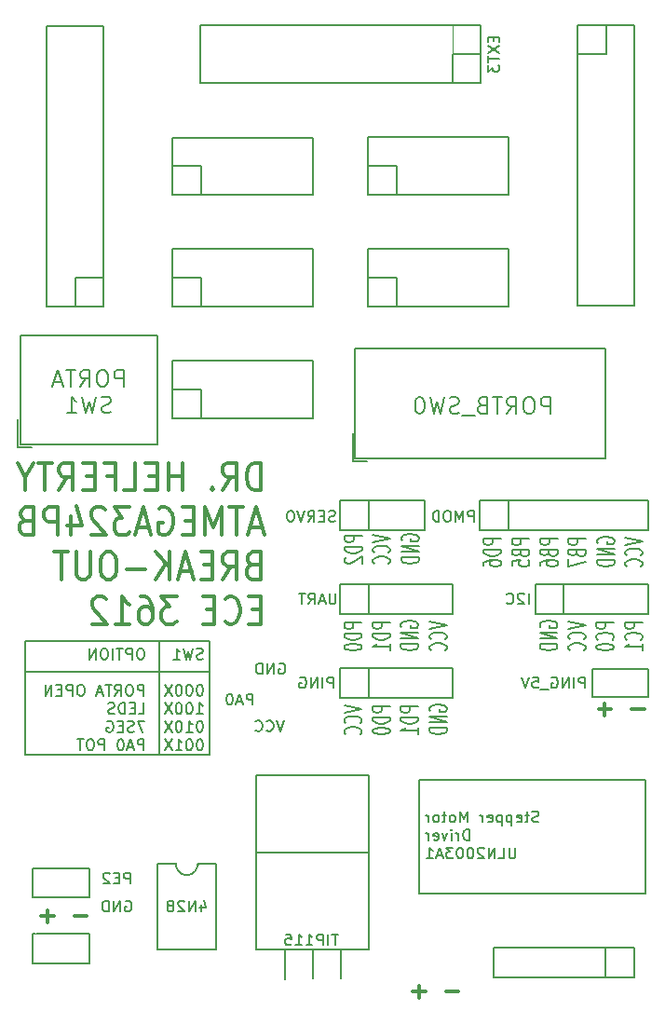
<source format=gbr>
G04 #@! TF.FileFunction,Legend,Bot*
%FSLAX46Y46*%
G04 Gerber Fmt 4.6, Leading zero omitted, Abs format (unit mm)*
G04 Created by KiCad (PCBNEW 4.0.7) date 04/06/18 15:52:27*
%MOMM*%
%LPD*%
G01*
G04 APERTURE LIST*
%ADD10C,0.100000*%
%ADD11C,0.200000*%
%ADD12C,0.150000*%
%ADD13C,0.300000*%
%ADD14C,0.175000*%
%ADD15C,0.120000*%
G04 APERTURE END LIST*
D10*
D11*
X168973500Y-59690000D02*
X168973500Y-59626500D01*
X166370000Y-59690000D02*
X168973500Y-59690000D01*
X166370000Y-62293500D02*
X166370000Y-59690000D01*
X168973500Y-57086500D02*
X168973500Y-57150000D01*
X168973500Y-62293500D02*
X168973500Y-57086500D01*
X143446500Y-62293500D02*
X168973500Y-62293500D01*
X143446500Y-57086500D02*
X143446500Y-62293500D01*
X168973500Y-57086500D02*
X143446500Y-57086500D01*
D12*
X155773238Y-108672381D02*
X155773238Y-109481905D01*
X155725619Y-109577143D01*
X155678000Y-109624762D01*
X155582762Y-109672381D01*
X155392285Y-109672381D01*
X155297047Y-109624762D01*
X155249428Y-109577143D01*
X155201809Y-109481905D01*
X155201809Y-108672381D01*
X154773238Y-109386667D02*
X154297047Y-109386667D01*
X154868476Y-109672381D02*
X154535143Y-108672381D01*
X154201809Y-109672381D01*
X153297047Y-109672381D02*
X153630381Y-109196190D01*
X153868476Y-109672381D02*
X153868476Y-108672381D01*
X153487523Y-108672381D01*
X153392285Y-108720000D01*
X153344666Y-108767619D01*
X153297047Y-108862857D01*
X153297047Y-109005714D01*
X153344666Y-109100952D01*
X153392285Y-109148571D01*
X153487523Y-109196190D01*
X153868476Y-109196190D01*
X153011333Y-108672381D02*
X152439904Y-108672381D01*
X152725619Y-109672381D02*
X152725619Y-108672381D01*
X155574809Y-117292381D02*
X155574809Y-116292381D01*
X155193856Y-116292381D01*
X155098618Y-116340000D01*
X155050999Y-116387619D01*
X155003380Y-116482857D01*
X155003380Y-116625714D01*
X155050999Y-116720952D01*
X155098618Y-116768571D01*
X155193856Y-116816190D01*
X155574809Y-116816190D01*
X154574809Y-117292381D02*
X154574809Y-116292381D01*
X154098619Y-117292381D02*
X154098619Y-116292381D01*
X153527190Y-117292381D01*
X153527190Y-116292381D01*
X152527190Y-116340000D02*
X152622428Y-116292381D01*
X152765285Y-116292381D01*
X152908143Y-116340000D01*
X153003381Y-116435238D01*
X153051000Y-116530476D01*
X153098619Y-116720952D01*
X153098619Y-116863810D01*
X153051000Y-117054286D01*
X153003381Y-117149524D01*
X152908143Y-117244762D01*
X152765285Y-117292381D01*
X152670047Y-117292381D01*
X152527190Y-117244762D01*
X152479571Y-117197143D01*
X152479571Y-116863810D01*
X152670047Y-116863810D01*
X155733476Y-102131762D02*
X155590619Y-102179381D01*
X155352523Y-102179381D01*
X155257285Y-102131762D01*
X155209666Y-102084143D01*
X155162047Y-101988905D01*
X155162047Y-101893667D01*
X155209666Y-101798429D01*
X155257285Y-101750810D01*
X155352523Y-101703190D01*
X155543000Y-101655571D01*
X155638238Y-101607952D01*
X155685857Y-101560333D01*
X155733476Y-101465095D01*
X155733476Y-101369857D01*
X155685857Y-101274619D01*
X155638238Y-101227000D01*
X155543000Y-101179381D01*
X155304904Y-101179381D01*
X155162047Y-101227000D01*
X154733476Y-101655571D02*
X154400142Y-101655571D01*
X154257285Y-102179381D02*
X154733476Y-102179381D01*
X154733476Y-101179381D01*
X154257285Y-101179381D01*
X153257285Y-102179381D02*
X153590619Y-101703190D01*
X153828714Y-102179381D02*
X153828714Y-101179381D01*
X153447761Y-101179381D01*
X153352523Y-101227000D01*
X153304904Y-101274619D01*
X153257285Y-101369857D01*
X153257285Y-101512714D01*
X153304904Y-101607952D01*
X153352523Y-101655571D01*
X153447761Y-101703190D01*
X153828714Y-101703190D01*
X152971571Y-101179381D02*
X152638238Y-102179381D01*
X152304904Y-101179381D01*
X151781095Y-101179381D02*
X151590618Y-101179381D01*
X151495380Y-101227000D01*
X151400142Y-101322238D01*
X151352523Y-101512714D01*
X151352523Y-101846048D01*
X151400142Y-102036524D01*
X151495380Y-102131762D01*
X151590618Y-102179381D01*
X151781095Y-102179381D01*
X151876333Y-102131762D01*
X151971571Y-102036524D01*
X152019190Y-101846048D01*
X152019190Y-101512714D01*
X151971571Y-101322238D01*
X151876333Y-101227000D01*
X151781095Y-101179381D01*
X168354143Y-102179381D02*
X168354143Y-101179381D01*
X167973190Y-101179381D01*
X167877952Y-101227000D01*
X167830333Y-101274619D01*
X167782714Y-101369857D01*
X167782714Y-101512714D01*
X167830333Y-101607952D01*
X167877952Y-101655571D01*
X167973190Y-101703190D01*
X168354143Y-101703190D01*
X167354143Y-102179381D02*
X167354143Y-101179381D01*
X167020809Y-101893667D01*
X166687476Y-101179381D01*
X166687476Y-102179381D01*
X166020810Y-101179381D02*
X165830333Y-101179381D01*
X165735095Y-101227000D01*
X165639857Y-101322238D01*
X165592238Y-101512714D01*
X165592238Y-101846048D01*
X165639857Y-102036524D01*
X165735095Y-102131762D01*
X165830333Y-102179381D01*
X166020810Y-102179381D01*
X166116048Y-102131762D01*
X166211286Y-102036524D01*
X166258905Y-101846048D01*
X166258905Y-101512714D01*
X166211286Y-101322238D01*
X166116048Y-101227000D01*
X166020810Y-101179381D01*
X165163667Y-102179381D02*
X165163667Y-101179381D01*
X164925572Y-101179381D01*
X164782714Y-101227000D01*
X164687476Y-101322238D01*
X164639857Y-101417476D01*
X164592238Y-101607952D01*
X164592238Y-101750810D01*
X164639857Y-101941286D01*
X164687476Y-102036524D01*
X164782714Y-102131762D01*
X164925572Y-102179381D01*
X165163667Y-102179381D01*
X173315190Y-109672381D02*
X173315190Y-108672381D01*
X172886619Y-108767619D02*
X172839000Y-108720000D01*
X172743762Y-108672381D01*
X172505666Y-108672381D01*
X172410428Y-108720000D01*
X172362809Y-108767619D01*
X172315190Y-108862857D01*
X172315190Y-108958095D01*
X172362809Y-109100952D01*
X172934238Y-109672381D01*
X172315190Y-109672381D01*
X171315190Y-109577143D02*
X171362809Y-109624762D01*
X171505666Y-109672381D01*
X171600904Y-109672381D01*
X171743762Y-109624762D01*
X171839000Y-109529524D01*
X171886619Y-109434286D01*
X171934238Y-109243810D01*
X171934238Y-109100952D01*
X171886619Y-108910476D01*
X171839000Y-108815238D01*
X171743762Y-108720000D01*
X171600904Y-108672381D01*
X171505666Y-108672381D01*
X171362809Y-108720000D01*
X171315190Y-108767619D01*
X178450524Y-117292381D02*
X178450524Y-116292381D01*
X178069571Y-116292381D01*
X177974333Y-116340000D01*
X177926714Y-116387619D01*
X177879095Y-116482857D01*
X177879095Y-116625714D01*
X177926714Y-116720952D01*
X177974333Y-116768571D01*
X178069571Y-116816190D01*
X178450524Y-116816190D01*
X177450524Y-117292381D02*
X177450524Y-116292381D01*
X176974334Y-117292381D02*
X176974334Y-116292381D01*
X176402905Y-117292381D01*
X176402905Y-116292381D01*
X175402905Y-116340000D02*
X175498143Y-116292381D01*
X175641000Y-116292381D01*
X175783858Y-116340000D01*
X175879096Y-116435238D01*
X175926715Y-116530476D01*
X175974334Y-116720952D01*
X175974334Y-116863810D01*
X175926715Y-117054286D01*
X175879096Y-117149524D01*
X175783858Y-117244762D01*
X175641000Y-117292381D01*
X175545762Y-117292381D01*
X175402905Y-117244762D01*
X175355286Y-117197143D01*
X175355286Y-116863810D01*
X175545762Y-116863810D01*
X175164810Y-117387619D02*
X174402905Y-117387619D01*
X173688619Y-116292381D02*
X174164810Y-116292381D01*
X174212429Y-116768571D01*
X174164810Y-116720952D01*
X174069572Y-116673333D01*
X173831476Y-116673333D01*
X173736238Y-116720952D01*
X173688619Y-116768571D01*
X173641000Y-116863810D01*
X173641000Y-117101905D01*
X173688619Y-117197143D01*
X173736238Y-117244762D01*
X173831476Y-117292381D01*
X174069572Y-117292381D01*
X174164810Y-117244762D01*
X174212429Y-117197143D01*
X173355286Y-116292381D02*
X173021953Y-117292381D01*
X172688619Y-116292381D01*
D13*
X183808428Y-119233143D02*
X182665571Y-119233143D01*
X180808428Y-119233143D02*
X179665571Y-119233143D01*
X180237000Y-119804571D02*
X180237000Y-118661714D01*
D12*
X136492857Y-89902571D02*
X136492857Y-88402571D01*
X135921429Y-88402571D01*
X135778571Y-88474000D01*
X135707143Y-88545429D01*
X135635714Y-88688286D01*
X135635714Y-88902571D01*
X135707143Y-89045429D01*
X135778571Y-89116857D01*
X135921429Y-89188286D01*
X136492857Y-89188286D01*
X134707143Y-88402571D02*
X134421429Y-88402571D01*
X134278571Y-88474000D01*
X134135714Y-88616857D01*
X134064286Y-88902571D01*
X134064286Y-89402571D01*
X134135714Y-89688286D01*
X134278571Y-89831143D01*
X134421429Y-89902571D01*
X134707143Y-89902571D01*
X134850000Y-89831143D01*
X134992857Y-89688286D01*
X135064286Y-89402571D01*
X135064286Y-88902571D01*
X134992857Y-88616857D01*
X134850000Y-88474000D01*
X134707143Y-88402571D01*
X132564285Y-89902571D02*
X133064285Y-89188286D01*
X133421428Y-89902571D02*
X133421428Y-88402571D01*
X132850000Y-88402571D01*
X132707142Y-88474000D01*
X132635714Y-88545429D01*
X132564285Y-88688286D01*
X132564285Y-88902571D01*
X132635714Y-89045429D01*
X132707142Y-89116857D01*
X132850000Y-89188286D01*
X133421428Y-89188286D01*
X132135714Y-88402571D02*
X131278571Y-88402571D01*
X131707142Y-89902571D02*
X131707142Y-88402571D01*
X130850000Y-89474000D02*
X130135714Y-89474000D01*
X130992857Y-89902571D02*
X130492857Y-88402571D01*
X129992857Y-89902571D01*
X135350000Y-92231143D02*
X135135714Y-92302571D01*
X134778571Y-92302571D01*
X134635714Y-92231143D01*
X134564285Y-92159714D01*
X134492857Y-92016857D01*
X134492857Y-91874000D01*
X134564285Y-91731143D01*
X134635714Y-91659714D01*
X134778571Y-91588286D01*
X135064285Y-91516857D01*
X135207143Y-91445429D01*
X135278571Y-91374000D01*
X135350000Y-91231143D01*
X135350000Y-91088286D01*
X135278571Y-90945429D01*
X135207143Y-90874000D01*
X135064285Y-90802571D01*
X134707143Y-90802571D01*
X134492857Y-90874000D01*
X133992857Y-90802571D02*
X133635714Y-92302571D01*
X133350000Y-91231143D01*
X133064286Y-92302571D01*
X132707143Y-90802571D01*
X131350000Y-92302571D02*
X132207143Y-92302571D01*
X131778571Y-92302571D02*
X131778571Y-90802571D01*
X131921428Y-91016857D01*
X132064286Y-91159714D01*
X132207143Y-91231143D01*
D11*
X127508000Y-123317000D02*
X127508000Y-121920000D01*
X139700000Y-123317000D02*
X127508000Y-123317000D01*
X139700000Y-123317000D02*
X139700000Y-121920000D01*
X144272000Y-123317000D02*
X139700000Y-123317000D01*
X144272000Y-121920000D02*
X144272000Y-123317000D01*
X144272000Y-115824000D02*
X127508000Y-115824000D01*
D12*
X143700524Y-114643762D02*
X143557667Y-114691381D01*
X143319571Y-114691381D01*
X143224333Y-114643762D01*
X143176714Y-114596143D01*
X143129095Y-114500905D01*
X143129095Y-114405667D01*
X143176714Y-114310429D01*
X143224333Y-114262810D01*
X143319571Y-114215190D01*
X143510048Y-114167571D01*
X143605286Y-114119952D01*
X143652905Y-114072333D01*
X143700524Y-113977095D01*
X143700524Y-113881857D01*
X143652905Y-113786619D01*
X143605286Y-113739000D01*
X143510048Y-113691381D01*
X143271952Y-113691381D01*
X143129095Y-113739000D01*
X142795762Y-113691381D02*
X142557667Y-114691381D01*
X142367190Y-113977095D01*
X142176714Y-114691381D01*
X141938619Y-113691381D01*
X141033857Y-114691381D02*
X141605286Y-114691381D01*
X141319572Y-114691381D02*
X141319572Y-113691381D01*
X141414810Y-113834238D01*
X141510048Y-113929476D01*
X141605286Y-113977095D01*
X138129095Y-113691381D02*
X137938618Y-113691381D01*
X137843380Y-113739000D01*
X137748142Y-113834238D01*
X137700523Y-114024714D01*
X137700523Y-114358048D01*
X137748142Y-114548524D01*
X137843380Y-114643762D01*
X137938618Y-114691381D01*
X138129095Y-114691381D01*
X138224333Y-114643762D01*
X138319571Y-114548524D01*
X138367190Y-114358048D01*
X138367190Y-114024714D01*
X138319571Y-113834238D01*
X138224333Y-113739000D01*
X138129095Y-113691381D01*
X137271952Y-114691381D02*
X137271952Y-113691381D01*
X136890999Y-113691381D01*
X136795761Y-113739000D01*
X136748142Y-113786619D01*
X136700523Y-113881857D01*
X136700523Y-114024714D01*
X136748142Y-114119952D01*
X136795761Y-114167571D01*
X136890999Y-114215190D01*
X137271952Y-114215190D01*
X136414809Y-113691381D02*
X135843380Y-113691381D01*
X136129095Y-114691381D02*
X136129095Y-113691381D01*
X135510047Y-114691381D02*
X135510047Y-113691381D01*
X134843381Y-113691381D02*
X134652904Y-113691381D01*
X134557666Y-113739000D01*
X134462428Y-113834238D01*
X134414809Y-114024714D01*
X134414809Y-114358048D01*
X134462428Y-114548524D01*
X134557666Y-114643762D01*
X134652904Y-114691381D01*
X134843381Y-114691381D01*
X134938619Y-114643762D01*
X135033857Y-114548524D01*
X135081476Y-114358048D01*
X135081476Y-114024714D01*
X135033857Y-113834238D01*
X134938619Y-113739000D01*
X134843381Y-113691381D01*
X133986238Y-114691381D02*
X133986238Y-113691381D01*
X133414809Y-114691381D01*
X133414809Y-113691381D01*
X143462429Y-116991381D02*
X143367190Y-116991381D01*
X143271952Y-117039000D01*
X143224333Y-117086619D01*
X143176714Y-117181857D01*
X143129095Y-117372333D01*
X143129095Y-117610429D01*
X143176714Y-117800905D01*
X143224333Y-117896143D01*
X143271952Y-117943762D01*
X143367190Y-117991381D01*
X143462429Y-117991381D01*
X143557667Y-117943762D01*
X143605286Y-117896143D01*
X143652905Y-117800905D01*
X143700524Y-117610429D01*
X143700524Y-117372333D01*
X143652905Y-117181857D01*
X143605286Y-117086619D01*
X143557667Y-117039000D01*
X143462429Y-116991381D01*
X142510048Y-116991381D02*
X142414809Y-116991381D01*
X142319571Y-117039000D01*
X142271952Y-117086619D01*
X142224333Y-117181857D01*
X142176714Y-117372333D01*
X142176714Y-117610429D01*
X142224333Y-117800905D01*
X142271952Y-117896143D01*
X142319571Y-117943762D01*
X142414809Y-117991381D01*
X142510048Y-117991381D01*
X142605286Y-117943762D01*
X142652905Y-117896143D01*
X142700524Y-117800905D01*
X142748143Y-117610429D01*
X142748143Y-117372333D01*
X142700524Y-117181857D01*
X142652905Y-117086619D01*
X142605286Y-117039000D01*
X142510048Y-116991381D01*
X141557667Y-116991381D02*
X141462428Y-116991381D01*
X141367190Y-117039000D01*
X141319571Y-117086619D01*
X141271952Y-117181857D01*
X141224333Y-117372333D01*
X141224333Y-117610429D01*
X141271952Y-117800905D01*
X141319571Y-117896143D01*
X141367190Y-117943762D01*
X141462428Y-117991381D01*
X141557667Y-117991381D01*
X141652905Y-117943762D01*
X141700524Y-117896143D01*
X141748143Y-117800905D01*
X141795762Y-117610429D01*
X141795762Y-117372333D01*
X141748143Y-117181857D01*
X141700524Y-117086619D01*
X141652905Y-117039000D01*
X141557667Y-116991381D01*
X140891000Y-116991381D02*
X140224333Y-117991381D01*
X140224333Y-116991381D02*
X140891000Y-117991381D01*
X138319571Y-117991381D02*
X138319571Y-116991381D01*
X137938618Y-116991381D01*
X137843380Y-117039000D01*
X137795761Y-117086619D01*
X137748142Y-117181857D01*
X137748142Y-117324714D01*
X137795761Y-117419952D01*
X137843380Y-117467571D01*
X137938618Y-117515190D01*
X138319571Y-117515190D01*
X137129095Y-116991381D02*
X136938618Y-116991381D01*
X136843380Y-117039000D01*
X136748142Y-117134238D01*
X136700523Y-117324714D01*
X136700523Y-117658048D01*
X136748142Y-117848524D01*
X136843380Y-117943762D01*
X136938618Y-117991381D01*
X137129095Y-117991381D01*
X137224333Y-117943762D01*
X137319571Y-117848524D01*
X137367190Y-117658048D01*
X137367190Y-117324714D01*
X137319571Y-117134238D01*
X137224333Y-117039000D01*
X137129095Y-116991381D01*
X135700523Y-117991381D02*
X136033857Y-117515190D01*
X136271952Y-117991381D02*
X136271952Y-116991381D01*
X135890999Y-116991381D01*
X135795761Y-117039000D01*
X135748142Y-117086619D01*
X135700523Y-117181857D01*
X135700523Y-117324714D01*
X135748142Y-117419952D01*
X135795761Y-117467571D01*
X135890999Y-117515190D01*
X136271952Y-117515190D01*
X135414809Y-116991381D02*
X134843380Y-116991381D01*
X135129095Y-117991381D02*
X135129095Y-116991381D01*
X134557666Y-117705667D02*
X134081475Y-117705667D01*
X134652904Y-117991381D02*
X134319571Y-116991381D01*
X133986237Y-117991381D01*
X132700523Y-116991381D02*
X132510046Y-116991381D01*
X132414808Y-117039000D01*
X132319570Y-117134238D01*
X132271951Y-117324714D01*
X132271951Y-117658048D01*
X132319570Y-117848524D01*
X132414808Y-117943762D01*
X132510046Y-117991381D01*
X132700523Y-117991381D01*
X132795761Y-117943762D01*
X132890999Y-117848524D01*
X132938618Y-117658048D01*
X132938618Y-117324714D01*
X132890999Y-117134238D01*
X132795761Y-117039000D01*
X132700523Y-116991381D01*
X131843380Y-117991381D02*
X131843380Y-116991381D01*
X131462427Y-116991381D01*
X131367189Y-117039000D01*
X131319570Y-117086619D01*
X131271951Y-117181857D01*
X131271951Y-117324714D01*
X131319570Y-117419952D01*
X131367189Y-117467571D01*
X131462427Y-117515190D01*
X131843380Y-117515190D01*
X130843380Y-117467571D02*
X130510046Y-117467571D01*
X130367189Y-117991381D02*
X130843380Y-117991381D01*
X130843380Y-116991381D01*
X130367189Y-116991381D01*
X129938618Y-117991381D02*
X129938618Y-116991381D01*
X129367189Y-117991381D01*
X129367189Y-116991381D01*
X143129095Y-119641381D02*
X143700524Y-119641381D01*
X143414810Y-119641381D02*
X143414810Y-118641381D01*
X143510048Y-118784238D01*
X143605286Y-118879476D01*
X143700524Y-118927095D01*
X142510048Y-118641381D02*
X142414809Y-118641381D01*
X142319571Y-118689000D01*
X142271952Y-118736619D01*
X142224333Y-118831857D01*
X142176714Y-119022333D01*
X142176714Y-119260429D01*
X142224333Y-119450905D01*
X142271952Y-119546143D01*
X142319571Y-119593762D01*
X142414809Y-119641381D01*
X142510048Y-119641381D01*
X142605286Y-119593762D01*
X142652905Y-119546143D01*
X142700524Y-119450905D01*
X142748143Y-119260429D01*
X142748143Y-119022333D01*
X142700524Y-118831857D01*
X142652905Y-118736619D01*
X142605286Y-118689000D01*
X142510048Y-118641381D01*
X141557667Y-118641381D02*
X141462428Y-118641381D01*
X141367190Y-118689000D01*
X141319571Y-118736619D01*
X141271952Y-118831857D01*
X141224333Y-119022333D01*
X141224333Y-119260429D01*
X141271952Y-119450905D01*
X141319571Y-119546143D01*
X141367190Y-119593762D01*
X141462428Y-119641381D01*
X141557667Y-119641381D01*
X141652905Y-119593762D01*
X141700524Y-119546143D01*
X141748143Y-119450905D01*
X141795762Y-119260429D01*
X141795762Y-119022333D01*
X141748143Y-118831857D01*
X141700524Y-118736619D01*
X141652905Y-118689000D01*
X141557667Y-118641381D01*
X140891000Y-118641381D02*
X140224333Y-119641381D01*
X140224333Y-118641381D02*
X140891000Y-119641381D01*
X137843380Y-119641381D02*
X138319571Y-119641381D01*
X138319571Y-118641381D01*
X137510047Y-119117571D02*
X137176713Y-119117571D01*
X137033856Y-119641381D02*
X137510047Y-119641381D01*
X137510047Y-118641381D01*
X137033856Y-118641381D01*
X136605285Y-119641381D02*
X136605285Y-118641381D01*
X136367190Y-118641381D01*
X136224332Y-118689000D01*
X136129094Y-118784238D01*
X136081475Y-118879476D01*
X136033856Y-119069952D01*
X136033856Y-119212810D01*
X136081475Y-119403286D01*
X136129094Y-119498524D01*
X136224332Y-119593762D01*
X136367190Y-119641381D01*
X136605285Y-119641381D01*
X135652904Y-119593762D02*
X135510047Y-119641381D01*
X135271951Y-119641381D01*
X135176713Y-119593762D01*
X135129094Y-119546143D01*
X135081475Y-119450905D01*
X135081475Y-119355667D01*
X135129094Y-119260429D01*
X135176713Y-119212810D01*
X135271951Y-119165190D01*
X135462428Y-119117571D01*
X135557666Y-119069952D01*
X135605285Y-119022333D01*
X135652904Y-118927095D01*
X135652904Y-118831857D01*
X135605285Y-118736619D01*
X135557666Y-118689000D01*
X135462428Y-118641381D01*
X135224332Y-118641381D01*
X135081475Y-118689000D01*
X143462429Y-120291381D02*
X143367190Y-120291381D01*
X143271952Y-120339000D01*
X143224333Y-120386619D01*
X143176714Y-120481857D01*
X143129095Y-120672333D01*
X143129095Y-120910429D01*
X143176714Y-121100905D01*
X143224333Y-121196143D01*
X143271952Y-121243762D01*
X143367190Y-121291381D01*
X143462429Y-121291381D01*
X143557667Y-121243762D01*
X143605286Y-121196143D01*
X143652905Y-121100905D01*
X143700524Y-120910429D01*
X143700524Y-120672333D01*
X143652905Y-120481857D01*
X143605286Y-120386619D01*
X143557667Y-120339000D01*
X143462429Y-120291381D01*
X142176714Y-121291381D02*
X142748143Y-121291381D01*
X142462429Y-121291381D02*
X142462429Y-120291381D01*
X142557667Y-120434238D01*
X142652905Y-120529476D01*
X142748143Y-120577095D01*
X141557667Y-120291381D02*
X141462428Y-120291381D01*
X141367190Y-120339000D01*
X141319571Y-120386619D01*
X141271952Y-120481857D01*
X141224333Y-120672333D01*
X141224333Y-120910429D01*
X141271952Y-121100905D01*
X141319571Y-121196143D01*
X141367190Y-121243762D01*
X141462428Y-121291381D01*
X141557667Y-121291381D01*
X141652905Y-121243762D01*
X141700524Y-121196143D01*
X141748143Y-121100905D01*
X141795762Y-120910429D01*
X141795762Y-120672333D01*
X141748143Y-120481857D01*
X141700524Y-120386619D01*
X141652905Y-120339000D01*
X141557667Y-120291381D01*
X140891000Y-120291381D02*
X140224333Y-121291381D01*
X140224333Y-120291381D02*
X140891000Y-121291381D01*
X138414809Y-120291381D02*
X137748142Y-120291381D01*
X138176714Y-121291381D01*
X137414809Y-121243762D02*
X137271952Y-121291381D01*
X137033856Y-121291381D01*
X136938618Y-121243762D01*
X136890999Y-121196143D01*
X136843380Y-121100905D01*
X136843380Y-121005667D01*
X136890999Y-120910429D01*
X136938618Y-120862810D01*
X137033856Y-120815190D01*
X137224333Y-120767571D01*
X137319571Y-120719952D01*
X137367190Y-120672333D01*
X137414809Y-120577095D01*
X137414809Y-120481857D01*
X137367190Y-120386619D01*
X137319571Y-120339000D01*
X137224333Y-120291381D01*
X136986237Y-120291381D01*
X136843380Y-120339000D01*
X136414809Y-120767571D02*
X136081475Y-120767571D01*
X135938618Y-121291381D02*
X136414809Y-121291381D01*
X136414809Y-120291381D01*
X135938618Y-120291381D01*
X134986237Y-120339000D02*
X135081475Y-120291381D01*
X135224332Y-120291381D01*
X135367190Y-120339000D01*
X135462428Y-120434238D01*
X135510047Y-120529476D01*
X135557666Y-120719952D01*
X135557666Y-120862810D01*
X135510047Y-121053286D01*
X135462428Y-121148524D01*
X135367190Y-121243762D01*
X135224332Y-121291381D01*
X135129094Y-121291381D01*
X134986237Y-121243762D01*
X134938618Y-121196143D01*
X134938618Y-120862810D01*
X135129094Y-120862810D01*
X143462429Y-121941381D02*
X143367190Y-121941381D01*
X143271952Y-121989000D01*
X143224333Y-122036619D01*
X143176714Y-122131857D01*
X143129095Y-122322333D01*
X143129095Y-122560429D01*
X143176714Y-122750905D01*
X143224333Y-122846143D01*
X143271952Y-122893762D01*
X143367190Y-122941381D01*
X143462429Y-122941381D01*
X143557667Y-122893762D01*
X143605286Y-122846143D01*
X143652905Y-122750905D01*
X143700524Y-122560429D01*
X143700524Y-122322333D01*
X143652905Y-122131857D01*
X143605286Y-122036619D01*
X143557667Y-121989000D01*
X143462429Y-121941381D01*
X142510048Y-121941381D02*
X142414809Y-121941381D01*
X142319571Y-121989000D01*
X142271952Y-122036619D01*
X142224333Y-122131857D01*
X142176714Y-122322333D01*
X142176714Y-122560429D01*
X142224333Y-122750905D01*
X142271952Y-122846143D01*
X142319571Y-122893762D01*
X142414809Y-122941381D01*
X142510048Y-122941381D01*
X142605286Y-122893762D01*
X142652905Y-122846143D01*
X142700524Y-122750905D01*
X142748143Y-122560429D01*
X142748143Y-122322333D01*
X142700524Y-122131857D01*
X142652905Y-122036619D01*
X142605286Y-121989000D01*
X142510048Y-121941381D01*
X141224333Y-122941381D02*
X141795762Y-122941381D01*
X141510048Y-122941381D02*
X141510048Y-121941381D01*
X141605286Y-122084238D01*
X141700524Y-122179476D01*
X141795762Y-122227095D01*
X140891000Y-121941381D02*
X140224333Y-122941381D01*
X140224333Y-121941381D02*
X140891000Y-122941381D01*
X138319571Y-122941381D02*
X138319571Y-121941381D01*
X137938618Y-121941381D01*
X137843380Y-121989000D01*
X137795761Y-122036619D01*
X137748142Y-122131857D01*
X137748142Y-122274714D01*
X137795761Y-122369952D01*
X137843380Y-122417571D01*
X137938618Y-122465190D01*
X138319571Y-122465190D01*
X137367190Y-122655667D02*
X136890999Y-122655667D01*
X137462428Y-122941381D02*
X137129095Y-121941381D01*
X136795761Y-122941381D01*
X136271952Y-121941381D02*
X136176713Y-121941381D01*
X136081475Y-121989000D01*
X136033856Y-122036619D01*
X135986237Y-122131857D01*
X135938618Y-122322333D01*
X135938618Y-122560429D01*
X135986237Y-122750905D01*
X136033856Y-122846143D01*
X136081475Y-122893762D01*
X136176713Y-122941381D01*
X136271952Y-122941381D01*
X136367190Y-122893762D01*
X136414809Y-122846143D01*
X136462428Y-122750905D01*
X136510047Y-122560429D01*
X136510047Y-122322333D01*
X136462428Y-122131857D01*
X136414809Y-122036619D01*
X136367190Y-121989000D01*
X136271952Y-121941381D01*
X134748142Y-122941381D02*
X134748142Y-121941381D01*
X134367189Y-121941381D01*
X134271951Y-121989000D01*
X134224332Y-122036619D01*
X134176713Y-122131857D01*
X134176713Y-122274714D01*
X134224332Y-122369952D01*
X134271951Y-122417571D01*
X134367189Y-122465190D01*
X134748142Y-122465190D01*
X133557666Y-121941381D02*
X133367189Y-121941381D01*
X133271951Y-121989000D01*
X133176713Y-122084238D01*
X133129094Y-122274714D01*
X133129094Y-122608048D01*
X133176713Y-122798524D01*
X133271951Y-122893762D01*
X133367189Y-122941381D01*
X133557666Y-122941381D01*
X133652904Y-122893762D01*
X133748142Y-122798524D01*
X133795761Y-122608048D01*
X133795761Y-122274714D01*
X133748142Y-122084238D01*
X133652904Y-121989000D01*
X133557666Y-121941381D01*
X132843380Y-121941381D02*
X132271951Y-121941381D01*
X132557666Y-122941381D02*
X132557666Y-121941381D01*
D11*
X139700000Y-113030000D02*
X139700000Y-121920000D01*
X139573000Y-95123000D02*
X127127000Y-95123000D01*
X139573000Y-85217000D02*
X139573000Y-95123000D01*
X127127000Y-85217000D02*
X139573000Y-85217000D01*
X127127000Y-95123000D02*
X127127000Y-85217000D01*
X126873000Y-95377000D02*
X126873000Y-92837000D01*
X128143000Y-95377000D02*
X126873000Y-95377000D01*
X184150000Y-115570000D02*
X184150000Y-118110000D01*
X179070000Y-115570000D02*
X184150000Y-115570000D01*
X179070000Y-118110000D02*
X179070000Y-115570000D01*
X184150000Y-118110000D02*
X179070000Y-118110000D01*
D12*
X155995381Y-139660381D02*
X155423952Y-139660381D01*
X155709667Y-140660381D02*
X155709667Y-139660381D01*
X155090619Y-140660381D02*
X155090619Y-139660381D01*
X154614429Y-140660381D02*
X154614429Y-139660381D01*
X154233476Y-139660381D01*
X154138238Y-139708000D01*
X154090619Y-139755619D01*
X154043000Y-139850857D01*
X154043000Y-139993714D01*
X154090619Y-140088952D01*
X154138238Y-140136571D01*
X154233476Y-140184190D01*
X154614429Y-140184190D01*
X153090619Y-140660381D02*
X153662048Y-140660381D01*
X153376334Y-140660381D02*
X153376334Y-139660381D01*
X153471572Y-139803238D01*
X153566810Y-139898476D01*
X153662048Y-139946095D01*
X152138238Y-140660381D02*
X152709667Y-140660381D01*
X152423953Y-140660381D02*
X152423953Y-139660381D01*
X152519191Y-139803238D01*
X152614429Y-139898476D01*
X152709667Y-139946095D01*
X151233476Y-139660381D02*
X151709667Y-139660381D01*
X151757286Y-140136571D01*
X151709667Y-140088952D01*
X151614429Y-140041333D01*
X151376333Y-140041333D01*
X151281095Y-140088952D01*
X151233476Y-140136571D01*
X151185857Y-140231810D01*
X151185857Y-140469905D01*
X151233476Y-140565143D01*
X151281095Y-140612762D01*
X151376333Y-140660381D01*
X151614429Y-140660381D01*
X151709667Y-140612762D01*
X151757286Y-140565143D01*
X143525714Y-136945714D02*
X143525714Y-137612381D01*
X143763810Y-136564762D02*
X144001905Y-137279048D01*
X143382857Y-137279048D01*
X143001905Y-137612381D02*
X143001905Y-136612381D01*
X142430476Y-137612381D01*
X142430476Y-136612381D01*
X142001905Y-136707619D02*
X141954286Y-136660000D01*
X141859048Y-136612381D01*
X141620952Y-136612381D01*
X141525714Y-136660000D01*
X141478095Y-136707619D01*
X141430476Y-136802857D01*
X141430476Y-136898095D01*
X141478095Y-137040952D01*
X142049524Y-137612381D01*
X141430476Y-137612381D01*
X140859048Y-137040952D02*
X140954286Y-136993333D01*
X141001905Y-136945714D01*
X141049524Y-136850476D01*
X141049524Y-136802857D01*
X141001905Y-136707619D01*
X140954286Y-136660000D01*
X140859048Y-136612381D01*
X140668571Y-136612381D01*
X140573333Y-136660000D01*
X140525714Y-136707619D01*
X140478095Y-136802857D01*
X140478095Y-136850476D01*
X140525714Y-136945714D01*
X140573333Y-136993333D01*
X140668571Y-137040952D01*
X140859048Y-137040952D01*
X140954286Y-137088571D01*
X141001905Y-137136190D01*
X141049524Y-137231429D01*
X141049524Y-137421905D01*
X141001905Y-137517143D01*
X140954286Y-137564762D01*
X140859048Y-137612381D01*
X140668571Y-137612381D01*
X140573333Y-137564762D01*
X140525714Y-137517143D01*
X140478095Y-137421905D01*
X140478095Y-137231429D01*
X140525714Y-137136190D01*
X140573333Y-137088571D01*
X140668571Y-137040952D01*
D13*
X133135428Y-138029143D02*
X131992571Y-138029143D01*
X130135428Y-138029143D02*
X128992571Y-138029143D01*
X129564000Y-138600571D02*
X129564000Y-137457714D01*
D12*
X151066333Y-120229381D02*
X150733000Y-121229381D01*
X150399666Y-120229381D01*
X149494904Y-121134143D02*
X149542523Y-121181762D01*
X149685380Y-121229381D01*
X149780618Y-121229381D01*
X149923476Y-121181762D01*
X150018714Y-121086524D01*
X150066333Y-120991286D01*
X150113952Y-120800810D01*
X150113952Y-120657952D01*
X150066333Y-120467476D01*
X150018714Y-120372238D01*
X149923476Y-120277000D01*
X149780618Y-120229381D01*
X149685380Y-120229381D01*
X149542523Y-120277000D01*
X149494904Y-120324619D01*
X148494904Y-121134143D02*
X148542523Y-121181762D01*
X148685380Y-121229381D01*
X148780618Y-121229381D01*
X148923476Y-121181762D01*
X149018714Y-121086524D01*
X149066333Y-120991286D01*
X149113952Y-120800810D01*
X149113952Y-120657952D01*
X149066333Y-120467476D01*
X149018714Y-120372238D01*
X148923476Y-120277000D01*
X148780618Y-120229381D01*
X148685380Y-120229381D01*
X148542523Y-120277000D01*
X148494904Y-120324619D01*
X148232667Y-118816381D02*
X148232667Y-117816381D01*
X147851714Y-117816381D01*
X147756476Y-117864000D01*
X147708857Y-117911619D01*
X147661238Y-118006857D01*
X147661238Y-118149714D01*
X147708857Y-118244952D01*
X147756476Y-118292571D01*
X147851714Y-118340190D01*
X148232667Y-118340190D01*
X147280286Y-118530667D02*
X146804095Y-118530667D01*
X147375524Y-118816381D02*
X147042191Y-117816381D01*
X146708857Y-118816381D01*
X146185048Y-117816381D02*
X146089809Y-117816381D01*
X145994571Y-117864000D01*
X145946952Y-117911619D01*
X145899333Y-118006857D01*
X145851714Y-118197333D01*
X145851714Y-118435429D01*
X145899333Y-118625905D01*
X145946952Y-118721143D01*
X145994571Y-118768762D01*
X146089809Y-118816381D01*
X146185048Y-118816381D01*
X146280286Y-118768762D01*
X146327905Y-118721143D01*
X146375524Y-118625905D01*
X146423143Y-118435429D01*
X146423143Y-118197333D01*
X146375524Y-118006857D01*
X146327905Y-117911619D01*
X146280286Y-117864000D01*
X146185048Y-117816381D01*
X150621904Y-115070000D02*
X150717142Y-115022381D01*
X150859999Y-115022381D01*
X151002857Y-115070000D01*
X151098095Y-115165238D01*
X151145714Y-115260476D01*
X151193333Y-115450952D01*
X151193333Y-115593810D01*
X151145714Y-115784286D01*
X151098095Y-115879524D01*
X151002857Y-115974762D01*
X150859999Y-116022381D01*
X150764761Y-116022381D01*
X150621904Y-115974762D01*
X150574285Y-115927143D01*
X150574285Y-115593810D01*
X150764761Y-115593810D01*
X150145714Y-116022381D02*
X150145714Y-115022381D01*
X149574285Y-116022381D01*
X149574285Y-115022381D01*
X149098095Y-116022381D02*
X149098095Y-115022381D01*
X148860000Y-115022381D01*
X148717142Y-115070000D01*
X148621904Y-115165238D01*
X148574285Y-115260476D01*
X148526666Y-115450952D01*
X148526666Y-115593810D01*
X148574285Y-115784286D01*
X148621904Y-115879524D01*
X148717142Y-115974762D01*
X148860000Y-116022381D01*
X149098095Y-116022381D01*
X174210955Y-129437762D02*
X174068098Y-129485381D01*
X173830002Y-129485381D01*
X173734764Y-129437762D01*
X173687145Y-129390143D01*
X173639526Y-129294905D01*
X173639526Y-129199667D01*
X173687145Y-129104429D01*
X173734764Y-129056810D01*
X173830002Y-129009190D01*
X174020479Y-128961571D01*
X174115717Y-128913952D01*
X174163336Y-128866333D01*
X174210955Y-128771095D01*
X174210955Y-128675857D01*
X174163336Y-128580619D01*
X174115717Y-128533000D01*
X174020479Y-128485381D01*
X173782383Y-128485381D01*
X173639526Y-128533000D01*
X173353812Y-128818714D02*
X172972860Y-128818714D01*
X173210955Y-128485381D02*
X173210955Y-129342524D01*
X173163336Y-129437762D01*
X173068098Y-129485381D01*
X172972860Y-129485381D01*
X172258573Y-129437762D02*
X172353811Y-129485381D01*
X172544288Y-129485381D01*
X172639526Y-129437762D01*
X172687145Y-129342524D01*
X172687145Y-128961571D01*
X172639526Y-128866333D01*
X172544288Y-128818714D01*
X172353811Y-128818714D01*
X172258573Y-128866333D01*
X172210954Y-128961571D01*
X172210954Y-129056810D01*
X172687145Y-129152048D01*
X171782383Y-128818714D02*
X171782383Y-129818714D01*
X171782383Y-128866333D02*
X171687145Y-128818714D01*
X171496668Y-128818714D01*
X171401430Y-128866333D01*
X171353811Y-128913952D01*
X171306192Y-129009190D01*
X171306192Y-129294905D01*
X171353811Y-129390143D01*
X171401430Y-129437762D01*
X171496668Y-129485381D01*
X171687145Y-129485381D01*
X171782383Y-129437762D01*
X170877621Y-128818714D02*
X170877621Y-129818714D01*
X170877621Y-128866333D02*
X170782383Y-128818714D01*
X170591906Y-128818714D01*
X170496668Y-128866333D01*
X170449049Y-128913952D01*
X170401430Y-129009190D01*
X170401430Y-129294905D01*
X170449049Y-129390143D01*
X170496668Y-129437762D01*
X170591906Y-129485381D01*
X170782383Y-129485381D01*
X170877621Y-129437762D01*
X169591906Y-129437762D02*
X169687144Y-129485381D01*
X169877621Y-129485381D01*
X169972859Y-129437762D01*
X170020478Y-129342524D01*
X170020478Y-128961571D01*
X169972859Y-128866333D01*
X169877621Y-128818714D01*
X169687144Y-128818714D01*
X169591906Y-128866333D01*
X169544287Y-128961571D01*
X169544287Y-129056810D01*
X170020478Y-129152048D01*
X169115716Y-129485381D02*
X169115716Y-128818714D01*
X169115716Y-129009190D02*
X169068097Y-128913952D01*
X169020478Y-128866333D01*
X168925240Y-128818714D01*
X168830001Y-128818714D01*
X167734763Y-129485381D02*
X167734763Y-128485381D01*
X167401429Y-129199667D01*
X167068096Y-128485381D01*
X167068096Y-129485381D01*
X166449049Y-129485381D02*
X166544287Y-129437762D01*
X166591906Y-129390143D01*
X166639525Y-129294905D01*
X166639525Y-129009190D01*
X166591906Y-128913952D01*
X166544287Y-128866333D01*
X166449049Y-128818714D01*
X166306191Y-128818714D01*
X166210953Y-128866333D01*
X166163334Y-128913952D01*
X166115715Y-129009190D01*
X166115715Y-129294905D01*
X166163334Y-129390143D01*
X166210953Y-129437762D01*
X166306191Y-129485381D01*
X166449049Y-129485381D01*
X165830001Y-128818714D02*
X165449049Y-128818714D01*
X165687144Y-128485381D02*
X165687144Y-129342524D01*
X165639525Y-129437762D01*
X165544287Y-129485381D01*
X165449049Y-129485381D01*
X164972858Y-129485381D02*
X165068096Y-129437762D01*
X165115715Y-129390143D01*
X165163334Y-129294905D01*
X165163334Y-129009190D01*
X165115715Y-128913952D01*
X165068096Y-128866333D01*
X164972858Y-128818714D01*
X164830000Y-128818714D01*
X164734762Y-128866333D01*
X164687143Y-128913952D01*
X164639524Y-129009190D01*
X164639524Y-129294905D01*
X164687143Y-129390143D01*
X164734762Y-129437762D01*
X164830000Y-129485381D01*
X164972858Y-129485381D01*
X164210953Y-129485381D02*
X164210953Y-128818714D01*
X164210953Y-129009190D02*
X164163334Y-128913952D01*
X164115715Y-128866333D01*
X164020477Y-128818714D01*
X163925238Y-128818714D01*
X167925239Y-131135381D02*
X167925239Y-130135381D01*
X167687144Y-130135381D01*
X167544286Y-130183000D01*
X167449048Y-130278238D01*
X167401429Y-130373476D01*
X167353810Y-130563952D01*
X167353810Y-130706810D01*
X167401429Y-130897286D01*
X167449048Y-130992524D01*
X167544286Y-131087762D01*
X167687144Y-131135381D01*
X167925239Y-131135381D01*
X166925239Y-131135381D02*
X166925239Y-130468714D01*
X166925239Y-130659190D02*
X166877620Y-130563952D01*
X166830001Y-130516333D01*
X166734763Y-130468714D01*
X166639524Y-130468714D01*
X166306191Y-131135381D02*
X166306191Y-130468714D01*
X166306191Y-130135381D02*
X166353810Y-130183000D01*
X166306191Y-130230619D01*
X166258572Y-130183000D01*
X166306191Y-130135381D01*
X166306191Y-130230619D01*
X165925239Y-130468714D02*
X165687144Y-131135381D01*
X165449048Y-130468714D01*
X164687143Y-131087762D02*
X164782381Y-131135381D01*
X164972858Y-131135381D01*
X165068096Y-131087762D01*
X165115715Y-130992524D01*
X165115715Y-130611571D01*
X165068096Y-130516333D01*
X164972858Y-130468714D01*
X164782381Y-130468714D01*
X164687143Y-130516333D01*
X164639524Y-130611571D01*
X164639524Y-130706810D01*
X165115715Y-130802048D01*
X164210953Y-131135381D02*
X164210953Y-130468714D01*
X164210953Y-130659190D02*
X164163334Y-130563952D01*
X164115715Y-130516333D01*
X164020477Y-130468714D01*
X163925238Y-130468714D01*
X172115715Y-131785381D02*
X172115715Y-132594905D01*
X172068096Y-132690143D01*
X172020477Y-132737762D01*
X171925239Y-132785381D01*
X171734762Y-132785381D01*
X171639524Y-132737762D01*
X171591905Y-132690143D01*
X171544286Y-132594905D01*
X171544286Y-131785381D01*
X170591905Y-132785381D02*
X171068096Y-132785381D01*
X171068096Y-131785381D01*
X170258572Y-132785381D02*
X170258572Y-131785381D01*
X169687143Y-132785381D01*
X169687143Y-131785381D01*
X169258572Y-131880619D02*
X169210953Y-131833000D01*
X169115715Y-131785381D01*
X168877619Y-131785381D01*
X168782381Y-131833000D01*
X168734762Y-131880619D01*
X168687143Y-131975857D01*
X168687143Y-132071095D01*
X168734762Y-132213952D01*
X169306191Y-132785381D01*
X168687143Y-132785381D01*
X168068096Y-131785381D02*
X167972857Y-131785381D01*
X167877619Y-131833000D01*
X167830000Y-131880619D01*
X167782381Y-131975857D01*
X167734762Y-132166333D01*
X167734762Y-132404429D01*
X167782381Y-132594905D01*
X167830000Y-132690143D01*
X167877619Y-132737762D01*
X167972857Y-132785381D01*
X168068096Y-132785381D01*
X168163334Y-132737762D01*
X168210953Y-132690143D01*
X168258572Y-132594905D01*
X168306191Y-132404429D01*
X168306191Y-132166333D01*
X168258572Y-131975857D01*
X168210953Y-131880619D01*
X168163334Y-131833000D01*
X168068096Y-131785381D01*
X167115715Y-131785381D02*
X167020476Y-131785381D01*
X166925238Y-131833000D01*
X166877619Y-131880619D01*
X166830000Y-131975857D01*
X166782381Y-132166333D01*
X166782381Y-132404429D01*
X166830000Y-132594905D01*
X166877619Y-132690143D01*
X166925238Y-132737762D01*
X167020476Y-132785381D01*
X167115715Y-132785381D01*
X167210953Y-132737762D01*
X167258572Y-132690143D01*
X167306191Y-132594905D01*
X167353810Y-132404429D01*
X167353810Y-132166333D01*
X167306191Y-131975857D01*
X167258572Y-131880619D01*
X167210953Y-131833000D01*
X167115715Y-131785381D01*
X166449048Y-131785381D02*
X165830000Y-131785381D01*
X166163334Y-132166333D01*
X166020476Y-132166333D01*
X165925238Y-132213952D01*
X165877619Y-132261571D01*
X165830000Y-132356810D01*
X165830000Y-132594905D01*
X165877619Y-132690143D01*
X165925238Y-132737762D01*
X166020476Y-132785381D01*
X166306191Y-132785381D01*
X166401429Y-132737762D01*
X166449048Y-132690143D01*
X165449048Y-132499667D02*
X164972857Y-132499667D01*
X165544286Y-132785381D02*
X165210953Y-131785381D01*
X164877619Y-132785381D01*
X164020476Y-132785381D02*
X164591905Y-132785381D01*
X164306191Y-132785381D02*
X164306191Y-131785381D01*
X164401429Y-131928238D01*
X164496667Y-132023476D01*
X164591905Y-132071095D01*
X136651904Y-136660000D02*
X136747142Y-136612381D01*
X136889999Y-136612381D01*
X137032857Y-136660000D01*
X137128095Y-136755238D01*
X137175714Y-136850476D01*
X137223333Y-137040952D01*
X137223333Y-137183810D01*
X137175714Y-137374286D01*
X137128095Y-137469524D01*
X137032857Y-137564762D01*
X136889999Y-137612381D01*
X136794761Y-137612381D01*
X136651904Y-137564762D01*
X136604285Y-137517143D01*
X136604285Y-137183810D01*
X136794761Y-137183810D01*
X136175714Y-137612381D02*
X136175714Y-136612381D01*
X135604285Y-137612381D01*
X135604285Y-136612381D01*
X135128095Y-137612381D02*
X135128095Y-136612381D01*
X134890000Y-136612381D01*
X134747142Y-136660000D01*
X134651904Y-136755238D01*
X134604285Y-136850476D01*
X134556666Y-137040952D01*
X134556666Y-137183810D01*
X134604285Y-137374286D01*
X134651904Y-137469524D01*
X134747142Y-137564762D01*
X134890000Y-137612381D01*
X135128095Y-137612381D01*
X137080476Y-135072381D02*
X137080476Y-134072381D01*
X136699523Y-134072381D01*
X136604285Y-134120000D01*
X136556666Y-134167619D01*
X136509047Y-134262857D01*
X136509047Y-134405714D01*
X136556666Y-134500952D01*
X136604285Y-134548571D01*
X136699523Y-134596190D01*
X137080476Y-134596190D01*
X136080476Y-134548571D02*
X135747142Y-134548571D01*
X135604285Y-135072381D02*
X136080476Y-135072381D01*
X136080476Y-134072381D01*
X135604285Y-134072381D01*
X135223333Y-134167619D02*
X135175714Y-134120000D01*
X135080476Y-134072381D01*
X134842380Y-134072381D01*
X134747142Y-134120000D01*
X134699523Y-134167619D01*
X134651904Y-134262857D01*
X134651904Y-134358095D01*
X134699523Y-134500952D01*
X135270952Y-135072381D01*
X134651904Y-135072381D01*
D11*
X127508000Y-113030000D02*
X127508000Y-121920000D01*
X144272000Y-113030000D02*
X127508000Y-113030000D01*
X144272000Y-121920000D02*
X144272000Y-113030000D01*
D12*
X175271142Y-92372571D02*
X175271142Y-90872571D01*
X174699714Y-90872571D01*
X174556856Y-90944000D01*
X174485428Y-91015429D01*
X174413999Y-91158286D01*
X174413999Y-91372571D01*
X174485428Y-91515429D01*
X174556856Y-91586857D01*
X174699714Y-91658286D01*
X175271142Y-91658286D01*
X173485428Y-90872571D02*
X173199714Y-90872571D01*
X173056856Y-90944000D01*
X172913999Y-91086857D01*
X172842571Y-91372571D01*
X172842571Y-91872571D01*
X172913999Y-92158286D01*
X173056856Y-92301143D01*
X173199714Y-92372571D01*
X173485428Y-92372571D01*
X173628285Y-92301143D01*
X173771142Y-92158286D01*
X173842571Y-91872571D01*
X173842571Y-91372571D01*
X173771142Y-91086857D01*
X173628285Y-90944000D01*
X173485428Y-90872571D01*
X171342570Y-92372571D02*
X171842570Y-91658286D01*
X172199713Y-92372571D02*
X172199713Y-90872571D01*
X171628285Y-90872571D01*
X171485427Y-90944000D01*
X171413999Y-91015429D01*
X171342570Y-91158286D01*
X171342570Y-91372571D01*
X171413999Y-91515429D01*
X171485427Y-91586857D01*
X171628285Y-91658286D01*
X172199713Y-91658286D01*
X170913999Y-90872571D02*
X170056856Y-90872571D01*
X170485427Y-92372571D02*
X170485427Y-90872571D01*
X169056856Y-91586857D02*
X168842570Y-91658286D01*
X168771142Y-91729714D01*
X168699713Y-91872571D01*
X168699713Y-92086857D01*
X168771142Y-92229714D01*
X168842570Y-92301143D01*
X168985428Y-92372571D01*
X169556856Y-92372571D01*
X169556856Y-90872571D01*
X169056856Y-90872571D01*
X168913999Y-90944000D01*
X168842570Y-91015429D01*
X168771142Y-91158286D01*
X168771142Y-91301143D01*
X168842570Y-91444000D01*
X168913999Y-91515429D01*
X169056856Y-91586857D01*
X169556856Y-91586857D01*
X168413999Y-92515429D02*
X167271142Y-92515429D01*
X166985428Y-92301143D02*
X166771142Y-92372571D01*
X166413999Y-92372571D01*
X166271142Y-92301143D01*
X166199713Y-92229714D01*
X166128285Y-92086857D01*
X166128285Y-91944000D01*
X166199713Y-91801143D01*
X166271142Y-91729714D01*
X166413999Y-91658286D01*
X166699713Y-91586857D01*
X166842571Y-91515429D01*
X166913999Y-91444000D01*
X166985428Y-91301143D01*
X166985428Y-91158286D01*
X166913999Y-91015429D01*
X166842571Y-90944000D01*
X166699713Y-90872571D01*
X166342571Y-90872571D01*
X166128285Y-90944000D01*
X165628285Y-90872571D02*
X165271142Y-92372571D01*
X164985428Y-91301143D01*
X164699714Y-92372571D01*
X164342571Y-90872571D01*
X163485428Y-90872571D02*
X163342571Y-90872571D01*
X163199714Y-90944000D01*
X163128285Y-91015429D01*
X163056856Y-91158286D01*
X162985428Y-91444000D01*
X162985428Y-91801143D01*
X163056856Y-92086857D01*
X163128285Y-92229714D01*
X163199714Y-92301143D01*
X163342571Y-92372571D01*
X163485428Y-92372571D01*
X163628285Y-92301143D01*
X163699714Y-92229714D01*
X163771142Y-92086857D01*
X163842571Y-91801143D01*
X163842571Y-91444000D01*
X163771142Y-91158286D01*
X163699714Y-91015429D01*
X163628285Y-90944000D01*
X163485428Y-90872571D01*
D14*
X170816310Y-103711714D02*
X169216310Y-103711714D01*
X169216310Y-104092667D01*
X169292500Y-104187905D01*
X169368690Y-104235524D01*
X169521071Y-104283143D01*
X169749643Y-104283143D01*
X169902024Y-104235524D01*
X169978214Y-104187905D01*
X170054405Y-104092667D01*
X170054405Y-103711714D01*
X170816310Y-104711714D02*
X169216310Y-104711714D01*
X169216310Y-104949809D01*
X169292500Y-105092667D01*
X169444881Y-105187905D01*
X169597262Y-105235524D01*
X169902024Y-105283143D01*
X170130595Y-105283143D01*
X170435357Y-105235524D01*
X170587738Y-105187905D01*
X170740119Y-105092667D01*
X170816310Y-104949809D01*
X170816310Y-104711714D01*
X169216310Y-106140286D02*
X169216310Y-105949809D01*
X169292500Y-105854571D01*
X169368690Y-105806952D01*
X169597262Y-105711714D01*
X169902024Y-105664095D01*
X170511548Y-105664095D01*
X170663929Y-105711714D01*
X170740119Y-105759333D01*
X170816310Y-105854571D01*
X170816310Y-106045048D01*
X170740119Y-106140286D01*
X170663929Y-106187905D01*
X170511548Y-106235524D01*
X170130595Y-106235524D01*
X169978214Y-106187905D01*
X169902024Y-106140286D01*
X169825833Y-106045048D01*
X169825833Y-105854571D01*
X169902024Y-105759333D01*
X169978214Y-105711714D01*
X170130595Y-105664095D01*
X173391310Y-103711714D02*
X171791310Y-103711714D01*
X171791310Y-104092667D01*
X171867500Y-104187905D01*
X171943690Y-104235524D01*
X172096071Y-104283143D01*
X172324643Y-104283143D01*
X172477024Y-104235524D01*
X172553214Y-104187905D01*
X172629405Y-104092667D01*
X172629405Y-103711714D01*
X172553214Y-105045048D02*
X172629405Y-105187905D01*
X172705595Y-105235524D01*
X172857976Y-105283143D01*
X173086548Y-105283143D01*
X173238929Y-105235524D01*
X173315119Y-105187905D01*
X173391310Y-105092667D01*
X173391310Y-104711714D01*
X171791310Y-104711714D01*
X171791310Y-105045048D01*
X171867500Y-105140286D01*
X171943690Y-105187905D01*
X172096071Y-105235524D01*
X172248452Y-105235524D01*
X172400833Y-105187905D01*
X172477024Y-105140286D01*
X172553214Y-105045048D01*
X172553214Y-104711714D01*
X171791310Y-106187905D02*
X171791310Y-105711714D01*
X172553214Y-105664095D01*
X172477024Y-105711714D01*
X172400833Y-105806952D01*
X172400833Y-106045048D01*
X172477024Y-106140286D01*
X172553214Y-106187905D01*
X172705595Y-106235524D01*
X173086548Y-106235524D01*
X173238929Y-106187905D01*
X173315119Y-106140286D01*
X173391310Y-106045048D01*
X173391310Y-105806952D01*
X173315119Y-105711714D01*
X173238929Y-105664095D01*
X175966310Y-103711714D02*
X174366310Y-103711714D01*
X174366310Y-104092667D01*
X174442500Y-104187905D01*
X174518690Y-104235524D01*
X174671071Y-104283143D01*
X174899643Y-104283143D01*
X175052024Y-104235524D01*
X175128214Y-104187905D01*
X175204405Y-104092667D01*
X175204405Y-103711714D01*
X175128214Y-105045048D02*
X175204405Y-105187905D01*
X175280595Y-105235524D01*
X175432976Y-105283143D01*
X175661548Y-105283143D01*
X175813929Y-105235524D01*
X175890119Y-105187905D01*
X175966310Y-105092667D01*
X175966310Y-104711714D01*
X174366310Y-104711714D01*
X174366310Y-105045048D01*
X174442500Y-105140286D01*
X174518690Y-105187905D01*
X174671071Y-105235524D01*
X174823452Y-105235524D01*
X174975833Y-105187905D01*
X175052024Y-105140286D01*
X175128214Y-105045048D01*
X175128214Y-104711714D01*
X174366310Y-106140286D02*
X174366310Y-105949809D01*
X174442500Y-105854571D01*
X174518690Y-105806952D01*
X174747262Y-105711714D01*
X175052024Y-105664095D01*
X175661548Y-105664095D01*
X175813929Y-105711714D01*
X175890119Y-105759333D01*
X175966310Y-105854571D01*
X175966310Y-106045048D01*
X175890119Y-106140286D01*
X175813929Y-106187905D01*
X175661548Y-106235524D01*
X175280595Y-106235524D01*
X175128214Y-106187905D01*
X175052024Y-106140286D01*
X174975833Y-106045048D01*
X174975833Y-105854571D01*
X175052024Y-105759333D01*
X175128214Y-105711714D01*
X175280595Y-105664095D01*
X178541310Y-103711714D02*
X176941310Y-103711714D01*
X176941310Y-104092667D01*
X177017500Y-104187905D01*
X177093690Y-104235524D01*
X177246071Y-104283143D01*
X177474643Y-104283143D01*
X177627024Y-104235524D01*
X177703214Y-104187905D01*
X177779405Y-104092667D01*
X177779405Y-103711714D01*
X177703214Y-105045048D02*
X177779405Y-105187905D01*
X177855595Y-105235524D01*
X178007976Y-105283143D01*
X178236548Y-105283143D01*
X178388929Y-105235524D01*
X178465119Y-105187905D01*
X178541310Y-105092667D01*
X178541310Y-104711714D01*
X176941310Y-104711714D01*
X176941310Y-105045048D01*
X177017500Y-105140286D01*
X177093690Y-105187905D01*
X177246071Y-105235524D01*
X177398452Y-105235524D01*
X177550833Y-105187905D01*
X177627024Y-105140286D01*
X177703214Y-105045048D01*
X177703214Y-104711714D01*
X176941310Y-105616476D02*
X176941310Y-106283143D01*
X178541310Y-105854571D01*
X179592500Y-104140286D02*
X179516310Y-104045048D01*
X179516310Y-103902191D01*
X179592500Y-103759333D01*
X179744881Y-103664095D01*
X179897262Y-103616476D01*
X180202024Y-103568857D01*
X180430595Y-103568857D01*
X180735357Y-103616476D01*
X180887738Y-103664095D01*
X181040119Y-103759333D01*
X181116310Y-103902191D01*
X181116310Y-103997429D01*
X181040119Y-104140286D01*
X180963929Y-104187905D01*
X180430595Y-104187905D01*
X180430595Y-103997429D01*
X181116310Y-104616476D02*
X179516310Y-104616476D01*
X181116310Y-105187905D01*
X179516310Y-105187905D01*
X181116310Y-105664095D02*
X179516310Y-105664095D01*
X179516310Y-105902190D01*
X179592500Y-106045048D01*
X179744881Y-106140286D01*
X179897262Y-106187905D01*
X180202024Y-106235524D01*
X180430595Y-106235524D01*
X180735357Y-106187905D01*
X180887738Y-106140286D01*
X181040119Y-106045048D01*
X181116310Y-105902190D01*
X181116310Y-105664095D01*
X182091310Y-103664095D02*
X183691310Y-103997428D01*
X182091310Y-104330762D01*
X183538929Y-105235524D02*
X183615119Y-105187905D01*
X183691310Y-105045048D01*
X183691310Y-104949810D01*
X183615119Y-104806952D01*
X183462738Y-104711714D01*
X183310357Y-104664095D01*
X183005595Y-104616476D01*
X182777024Y-104616476D01*
X182472262Y-104664095D01*
X182319881Y-104711714D01*
X182167500Y-104806952D01*
X182091310Y-104949810D01*
X182091310Y-105045048D01*
X182167500Y-105187905D01*
X182243690Y-105235524D01*
X183538929Y-106235524D02*
X183615119Y-106187905D01*
X183691310Y-106045048D01*
X183691310Y-105949810D01*
X183615119Y-105806952D01*
X183462738Y-105711714D01*
X183310357Y-105664095D01*
X183005595Y-105616476D01*
X182777024Y-105616476D01*
X182472262Y-105664095D01*
X182319881Y-105711714D01*
X182167500Y-105806952D01*
X182091310Y-105949810D01*
X182091310Y-106045048D01*
X182167500Y-106187905D01*
X182243690Y-106235524D01*
X174407500Y-111760286D02*
X174331310Y-111665048D01*
X174331310Y-111522191D01*
X174407500Y-111379333D01*
X174559881Y-111284095D01*
X174712262Y-111236476D01*
X175017024Y-111188857D01*
X175245595Y-111188857D01*
X175550357Y-111236476D01*
X175702738Y-111284095D01*
X175855119Y-111379333D01*
X175931310Y-111522191D01*
X175931310Y-111617429D01*
X175855119Y-111760286D01*
X175778929Y-111807905D01*
X175245595Y-111807905D01*
X175245595Y-111617429D01*
X175931310Y-112236476D02*
X174331310Y-112236476D01*
X175931310Y-112807905D01*
X174331310Y-112807905D01*
X175931310Y-113284095D02*
X174331310Y-113284095D01*
X174331310Y-113522190D01*
X174407500Y-113665048D01*
X174559881Y-113760286D01*
X174712262Y-113807905D01*
X175017024Y-113855524D01*
X175245595Y-113855524D01*
X175550357Y-113807905D01*
X175702738Y-113760286D01*
X175855119Y-113665048D01*
X175931310Y-113522190D01*
X175931310Y-113284095D01*
X176906310Y-111284095D02*
X178506310Y-111617428D01*
X176906310Y-111950762D01*
X178353929Y-112855524D02*
X178430119Y-112807905D01*
X178506310Y-112665048D01*
X178506310Y-112569810D01*
X178430119Y-112426952D01*
X178277738Y-112331714D01*
X178125357Y-112284095D01*
X177820595Y-112236476D01*
X177592024Y-112236476D01*
X177287262Y-112284095D01*
X177134881Y-112331714D01*
X176982500Y-112426952D01*
X176906310Y-112569810D01*
X176906310Y-112665048D01*
X176982500Y-112807905D01*
X177058690Y-112855524D01*
X178353929Y-113855524D02*
X178430119Y-113807905D01*
X178506310Y-113665048D01*
X178506310Y-113569810D01*
X178430119Y-113426952D01*
X178277738Y-113331714D01*
X178125357Y-113284095D01*
X177820595Y-113236476D01*
X177592024Y-113236476D01*
X177287262Y-113284095D01*
X177134881Y-113331714D01*
X176982500Y-113426952D01*
X176906310Y-113569810D01*
X176906310Y-113665048D01*
X176982500Y-113807905D01*
X177058690Y-113855524D01*
X181081310Y-111331714D02*
X179481310Y-111331714D01*
X179481310Y-111712667D01*
X179557500Y-111807905D01*
X179633690Y-111855524D01*
X179786071Y-111903143D01*
X180014643Y-111903143D01*
X180167024Y-111855524D01*
X180243214Y-111807905D01*
X180319405Y-111712667D01*
X180319405Y-111331714D01*
X180928929Y-112903143D02*
X181005119Y-112855524D01*
X181081310Y-112712667D01*
X181081310Y-112617429D01*
X181005119Y-112474571D01*
X180852738Y-112379333D01*
X180700357Y-112331714D01*
X180395595Y-112284095D01*
X180167024Y-112284095D01*
X179862262Y-112331714D01*
X179709881Y-112379333D01*
X179557500Y-112474571D01*
X179481310Y-112617429D01*
X179481310Y-112712667D01*
X179557500Y-112855524D01*
X179633690Y-112903143D01*
X179481310Y-113522190D02*
X179481310Y-113617429D01*
X179557500Y-113712667D01*
X179633690Y-113760286D01*
X179786071Y-113807905D01*
X180090833Y-113855524D01*
X180471786Y-113855524D01*
X180776548Y-113807905D01*
X180928929Y-113760286D01*
X181005119Y-113712667D01*
X181081310Y-113617429D01*
X181081310Y-113522190D01*
X181005119Y-113426952D01*
X180928929Y-113379333D01*
X180776548Y-113331714D01*
X180471786Y-113284095D01*
X180090833Y-113284095D01*
X179786071Y-113331714D01*
X179633690Y-113379333D01*
X179557500Y-113426952D01*
X179481310Y-113522190D01*
X183656310Y-111331714D02*
X182056310Y-111331714D01*
X182056310Y-111712667D01*
X182132500Y-111807905D01*
X182208690Y-111855524D01*
X182361071Y-111903143D01*
X182589643Y-111903143D01*
X182742024Y-111855524D01*
X182818214Y-111807905D01*
X182894405Y-111712667D01*
X182894405Y-111331714D01*
X183503929Y-112903143D02*
X183580119Y-112855524D01*
X183656310Y-112712667D01*
X183656310Y-112617429D01*
X183580119Y-112474571D01*
X183427738Y-112379333D01*
X183275357Y-112331714D01*
X182970595Y-112284095D01*
X182742024Y-112284095D01*
X182437262Y-112331714D01*
X182284881Y-112379333D01*
X182132500Y-112474571D01*
X182056310Y-112617429D01*
X182056310Y-112712667D01*
X182132500Y-112855524D01*
X182208690Y-112903143D01*
X183656310Y-113855524D02*
X183656310Y-113284095D01*
X183656310Y-113569809D02*
X182056310Y-113569809D01*
X182284881Y-113474571D01*
X182437262Y-113379333D01*
X182513452Y-113284095D01*
X156551310Y-118904095D02*
X158151310Y-119237428D01*
X156551310Y-119570762D01*
X157998929Y-120475524D02*
X158075119Y-120427905D01*
X158151310Y-120285048D01*
X158151310Y-120189810D01*
X158075119Y-120046952D01*
X157922738Y-119951714D01*
X157770357Y-119904095D01*
X157465595Y-119856476D01*
X157237024Y-119856476D01*
X156932262Y-119904095D01*
X156779881Y-119951714D01*
X156627500Y-120046952D01*
X156551310Y-120189810D01*
X156551310Y-120285048D01*
X156627500Y-120427905D01*
X156703690Y-120475524D01*
X157998929Y-121475524D02*
X158075119Y-121427905D01*
X158151310Y-121285048D01*
X158151310Y-121189810D01*
X158075119Y-121046952D01*
X157922738Y-120951714D01*
X157770357Y-120904095D01*
X157465595Y-120856476D01*
X157237024Y-120856476D01*
X156932262Y-120904095D01*
X156779881Y-120951714D01*
X156627500Y-121046952D01*
X156551310Y-121189810D01*
X156551310Y-121285048D01*
X156627500Y-121427905D01*
X156703690Y-121475524D01*
X160726310Y-118951714D02*
X159126310Y-118951714D01*
X159126310Y-119332667D01*
X159202500Y-119427905D01*
X159278690Y-119475524D01*
X159431071Y-119523143D01*
X159659643Y-119523143D01*
X159812024Y-119475524D01*
X159888214Y-119427905D01*
X159964405Y-119332667D01*
X159964405Y-118951714D01*
X160726310Y-119951714D02*
X159126310Y-119951714D01*
X159126310Y-120189809D01*
X159202500Y-120332667D01*
X159354881Y-120427905D01*
X159507262Y-120475524D01*
X159812024Y-120523143D01*
X160040595Y-120523143D01*
X160345357Y-120475524D01*
X160497738Y-120427905D01*
X160650119Y-120332667D01*
X160726310Y-120189809D01*
X160726310Y-119951714D01*
X159126310Y-121142190D02*
X159126310Y-121237429D01*
X159202500Y-121332667D01*
X159278690Y-121380286D01*
X159431071Y-121427905D01*
X159735833Y-121475524D01*
X160116786Y-121475524D01*
X160421548Y-121427905D01*
X160573929Y-121380286D01*
X160650119Y-121332667D01*
X160726310Y-121237429D01*
X160726310Y-121142190D01*
X160650119Y-121046952D01*
X160573929Y-120999333D01*
X160421548Y-120951714D01*
X160116786Y-120904095D01*
X159735833Y-120904095D01*
X159431071Y-120951714D01*
X159278690Y-120999333D01*
X159202500Y-121046952D01*
X159126310Y-121142190D01*
X163301310Y-118951714D02*
X161701310Y-118951714D01*
X161701310Y-119332667D01*
X161777500Y-119427905D01*
X161853690Y-119475524D01*
X162006071Y-119523143D01*
X162234643Y-119523143D01*
X162387024Y-119475524D01*
X162463214Y-119427905D01*
X162539405Y-119332667D01*
X162539405Y-118951714D01*
X163301310Y-119951714D02*
X161701310Y-119951714D01*
X161701310Y-120189809D01*
X161777500Y-120332667D01*
X161929881Y-120427905D01*
X162082262Y-120475524D01*
X162387024Y-120523143D01*
X162615595Y-120523143D01*
X162920357Y-120475524D01*
X163072738Y-120427905D01*
X163225119Y-120332667D01*
X163301310Y-120189809D01*
X163301310Y-119951714D01*
X163301310Y-121475524D02*
X163301310Y-120904095D01*
X163301310Y-121189809D02*
X161701310Y-121189809D01*
X161929881Y-121094571D01*
X162082262Y-120999333D01*
X162158452Y-120904095D01*
X164352500Y-119380286D02*
X164276310Y-119285048D01*
X164276310Y-119142191D01*
X164352500Y-118999333D01*
X164504881Y-118904095D01*
X164657262Y-118856476D01*
X164962024Y-118808857D01*
X165190595Y-118808857D01*
X165495357Y-118856476D01*
X165647738Y-118904095D01*
X165800119Y-118999333D01*
X165876310Y-119142191D01*
X165876310Y-119237429D01*
X165800119Y-119380286D01*
X165723929Y-119427905D01*
X165190595Y-119427905D01*
X165190595Y-119237429D01*
X165876310Y-119856476D02*
X164276310Y-119856476D01*
X165876310Y-120427905D01*
X164276310Y-120427905D01*
X165876310Y-120904095D02*
X164276310Y-120904095D01*
X164276310Y-121142190D01*
X164352500Y-121285048D01*
X164504881Y-121380286D01*
X164657262Y-121427905D01*
X164962024Y-121475524D01*
X165190595Y-121475524D01*
X165495357Y-121427905D01*
X165647738Y-121380286D01*
X165800119Y-121285048D01*
X165876310Y-121142190D01*
X165876310Y-120904095D01*
X158151310Y-111331714D02*
X156551310Y-111331714D01*
X156551310Y-111712667D01*
X156627500Y-111807905D01*
X156703690Y-111855524D01*
X156856071Y-111903143D01*
X157084643Y-111903143D01*
X157237024Y-111855524D01*
X157313214Y-111807905D01*
X157389405Y-111712667D01*
X157389405Y-111331714D01*
X158151310Y-112331714D02*
X156551310Y-112331714D01*
X156551310Y-112569809D01*
X156627500Y-112712667D01*
X156779881Y-112807905D01*
X156932262Y-112855524D01*
X157237024Y-112903143D01*
X157465595Y-112903143D01*
X157770357Y-112855524D01*
X157922738Y-112807905D01*
X158075119Y-112712667D01*
X158151310Y-112569809D01*
X158151310Y-112331714D01*
X156551310Y-113522190D02*
X156551310Y-113617429D01*
X156627500Y-113712667D01*
X156703690Y-113760286D01*
X156856071Y-113807905D01*
X157160833Y-113855524D01*
X157541786Y-113855524D01*
X157846548Y-113807905D01*
X157998929Y-113760286D01*
X158075119Y-113712667D01*
X158151310Y-113617429D01*
X158151310Y-113522190D01*
X158075119Y-113426952D01*
X157998929Y-113379333D01*
X157846548Y-113331714D01*
X157541786Y-113284095D01*
X157160833Y-113284095D01*
X156856071Y-113331714D01*
X156703690Y-113379333D01*
X156627500Y-113426952D01*
X156551310Y-113522190D01*
X160726310Y-111331714D02*
X159126310Y-111331714D01*
X159126310Y-111712667D01*
X159202500Y-111807905D01*
X159278690Y-111855524D01*
X159431071Y-111903143D01*
X159659643Y-111903143D01*
X159812024Y-111855524D01*
X159888214Y-111807905D01*
X159964405Y-111712667D01*
X159964405Y-111331714D01*
X160726310Y-112331714D02*
X159126310Y-112331714D01*
X159126310Y-112569809D01*
X159202500Y-112712667D01*
X159354881Y-112807905D01*
X159507262Y-112855524D01*
X159812024Y-112903143D01*
X160040595Y-112903143D01*
X160345357Y-112855524D01*
X160497738Y-112807905D01*
X160650119Y-112712667D01*
X160726310Y-112569809D01*
X160726310Y-112331714D01*
X160726310Y-113855524D02*
X160726310Y-113284095D01*
X160726310Y-113569809D02*
X159126310Y-113569809D01*
X159354881Y-113474571D01*
X159507262Y-113379333D01*
X159583452Y-113284095D01*
X161777500Y-111760286D02*
X161701310Y-111665048D01*
X161701310Y-111522191D01*
X161777500Y-111379333D01*
X161929881Y-111284095D01*
X162082262Y-111236476D01*
X162387024Y-111188857D01*
X162615595Y-111188857D01*
X162920357Y-111236476D01*
X163072738Y-111284095D01*
X163225119Y-111379333D01*
X163301310Y-111522191D01*
X163301310Y-111617429D01*
X163225119Y-111760286D01*
X163148929Y-111807905D01*
X162615595Y-111807905D01*
X162615595Y-111617429D01*
X163301310Y-112236476D02*
X161701310Y-112236476D01*
X163301310Y-112807905D01*
X161701310Y-112807905D01*
X163301310Y-113284095D02*
X161701310Y-113284095D01*
X161701310Y-113522190D01*
X161777500Y-113665048D01*
X161929881Y-113760286D01*
X162082262Y-113807905D01*
X162387024Y-113855524D01*
X162615595Y-113855524D01*
X162920357Y-113807905D01*
X163072738Y-113760286D01*
X163225119Y-113665048D01*
X163301310Y-113522190D01*
X163301310Y-113284095D01*
X164276310Y-111284095D02*
X165876310Y-111617428D01*
X164276310Y-111950762D01*
X165723929Y-112855524D02*
X165800119Y-112807905D01*
X165876310Y-112665048D01*
X165876310Y-112569810D01*
X165800119Y-112426952D01*
X165647738Y-112331714D01*
X165495357Y-112284095D01*
X165190595Y-112236476D01*
X164962024Y-112236476D01*
X164657262Y-112284095D01*
X164504881Y-112331714D01*
X164352500Y-112426952D01*
X164276310Y-112569810D01*
X164276310Y-112665048D01*
X164352500Y-112807905D01*
X164428690Y-112855524D01*
X165723929Y-113855524D02*
X165800119Y-113807905D01*
X165876310Y-113665048D01*
X165876310Y-113569810D01*
X165800119Y-113426952D01*
X165647738Y-113331714D01*
X165495357Y-113284095D01*
X165190595Y-113236476D01*
X164962024Y-113236476D01*
X164657262Y-113284095D01*
X164504881Y-113331714D01*
X164352500Y-113426952D01*
X164276310Y-113569810D01*
X164276310Y-113665048D01*
X164352500Y-113807905D01*
X164428690Y-113855524D01*
X158168810Y-103457714D02*
X156568810Y-103457714D01*
X156568810Y-103838667D01*
X156645000Y-103933905D01*
X156721190Y-103981524D01*
X156873571Y-104029143D01*
X157102143Y-104029143D01*
X157254524Y-103981524D01*
X157330714Y-103933905D01*
X157406905Y-103838667D01*
X157406905Y-103457714D01*
X158168810Y-104457714D02*
X156568810Y-104457714D01*
X156568810Y-104695809D01*
X156645000Y-104838667D01*
X156797381Y-104933905D01*
X156949762Y-104981524D01*
X157254524Y-105029143D01*
X157483095Y-105029143D01*
X157787857Y-104981524D01*
X157940238Y-104933905D01*
X158092619Y-104838667D01*
X158168810Y-104695809D01*
X158168810Y-104457714D01*
X156721190Y-105410095D02*
X156645000Y-105457714D01*
X156568810Y-105552952D01*
X156568810Y-105791048D01*
X156645000Y-105886286D01*
X156721190Y-105933905D01*
X156873571Y-105981524D01*
X157025952Y-105981524D01*
X157254524Y-105933905D01*
X158168810Y-105362476D01*
X158168810Y-105981524D01*
X159143810Y-103410095D02*
X160743810Y-103743428D01*
X159143810Y-104076762D01*
X160591429Y-104981524D02*
X160667619Y-104933905D01*
X160743810Y-104791048D01*
X160743810Y-104695810D01*
X160667619Y-104552952D01*
X160515238Y-104457714D01*
X160362857Y-104410095D01*
X160058095Y-104362476D01*
X159829524Y-104362476D01*
X159524762Y-104410095D01*
X159372381Y-104457714D01*
X159220000Y-104552952D01*
X159143810Y-104695810D01*
X159143810Y-104791048D01*
X159220000Y-104933905D01*
X159296190Y-104981524D01*
X160591429Y-105981524D02*
X160667619Y-105933905D01*
X160743810Y-105791048D01*
X160743810Y-105695810D01*
X160667619Y-105552952D01*
X160515238Y-105457714D01*
X160362857Y-105410095D01*
X160058095Y-105362476D01*
X159829524Y-105362476D01*
X159524762Y-105410095D01*
X159372381Y-105457714D01*
X159220000Y-105552952D01*
X159143810Y-105695810D01*
X159143810Y-105791048D01*
X159220000Y-105933905D01*
X159296190Y-105981524D01*
X161795000Y-103886286D02*
X161718810Y-103791048D01*
X161718810Y-103648191D01*
X161795000Y-103505333D01*
X161947381Y-103410095D01*
X162099762Y-103362476D01*
X162404524Y-103314857D01*
X162633095Y-103314857D01*
X162937857Y-103362476D01*
X163090238Y-103410095D01*
X163242619Y-103505333D01*
X163318810Y-103648191D01*
X163318810Y-103743429D01*
X163242619Y-103886286D01*
X163166429Y-103933905D01*
X162633095Y-103933905D01*
X162633095Y-103743429D01*
X163318810Y-104362476D02*
X161718810Y-104362476D01*
X163318810Y-104933905D01*
X161718810Y-104933905D01*
X163318810Y-105410095D02*
X161718810Y-105410095D01*
X161718810Y-105648190D01*
X161795000Y-105791048D01*
X161947381Y-105886286D01*
X162099762Y-105933905D01*
X162404524Y-105981524D01*
X162633095Y-105981524D01*
X162937857Y-105933905D01*
X163090238Y-105886286D01*
X163242619Y-105791048D01*
X163318810Y-105648190D01*
X163318810Y-105410095D01*
D13*
X166917428Y-144887143D02*
X165774571Y-144887143D01*
X163917428Y-144887143D02*
X162774571Y-144887143D01*
X163346000Y-145458571D02*
X163346000Y-144315714D01*
D11*
X176517300Y-110515400D02*
X176517300Y-107975400D01*
X158750000Y-110528100D02*
X158750000Y-107950000D01*
X158750000Y-118148100D02*
X158750000Y-115595400D01*
X171450000Y-102895400D02*
X171450000Y-100368100D01*
X158750000Y-100317300D02*
X158762700Y-100317300D01*
X158750000Y-102895400D02*
X158750000Y-100317300D01*
X180314600Y-143560800D02*
X180403500Y-143560800D01*
X180314600Y-140919200D02*
X180314600Y-143560800D01*
X183896000Y-125679200D02*
X163322000Y-125679200D01*
X183896000Y-135940800D02*
X183896000Y-125679200D01*
X163322000Y-135940800D02*
X183896000Y-135940800D01*
X163322000Y-125679200D02*
X163322000Y-135940800D01*
X177761900Y-57086500D02*
X177761900Y-82562700D01*
X177761900Y-82562700D02*
X182943500Y-82562700D01*
X182943500Y-82562700D02*
X182943500Y-57086500D01*
X182943500Y-57086500D02*
X177761900Y-57086500D01*
X180352700Y-57111900D02*
X180352700Y-59677300D01*
X180352700Y-59677300D02*
X177761900Y-59677300D01*
X132080000Y-80010000D02*
X134670800Y-80010000D01*
X132080000Y-82575400D02*
X132080000Y-80010000D01*
X140919200Y-80010000D02*
X140919200Y-79984600D01*
X143535400Y-80010000D02*
X140919200Y-80010000D01*
X143535400Y-82575400D02*
X143535400Y-80010000D01*
X153746200Y-82600800D02*
X153746200Y-82524600D01*
X140919200Y-82600800D02*
X153746200Y-82600800D01*
X140919200Y-77419200D02*
X140919200Y-82600800D01*
X153746200Y-77419200D02*
X140919200Y-77419200D01*
X153746200Y-82600800D02*
X153746200Y-77419200D01*
X158699200Y-69850000D02*
X158699200Y-69824600D01*
X161315400Y-69850000D02*
X158699200Y-69850000D01*
X161315400Y-72415400D02*
X161315400Y-69850000D01*
X171526200Y-72440800D02*
X171526200Y-72364600D01*
X158699200Y-72440800D02*
X171526200Y-72440800D01*
X158699200Y-67259200D02*
X158699200Y-72440800D01*
X171526200Y-67259200D02*
X158699200Y-67259200D01*
X171526200Y-72440800D02*
X171526200Y-67259200D01*
X140893800Y-69875400D02*
X140893800Y-69850000D01*
X143510000Y-69875400D02*
X140893800Y-69875400D01*
X143510000Y-72440800D02*
X143510000Y-69875400D01*
X153720800Y-72466200D02*
X153720800Y-72390000D01*
X140893800Y-72466200D02*
X153720800Y-72466200D01*
X140893800Y-67284600D02*
X140893800Y-72466200D01*
X153720800Y-67284600D02*
X140893800Y-67284600D01*
X153720800Y-72466200D02*
X153720800Y-67284600D01*
X171526200Y-82600800D02*
X171526200Y-77419200D01*
X171526200Y-77419200D02*
X158699200Y-77419200D01*
X158699200Y-77419200D02*
X158699200Y-82600800D01*
X158699200Y-82600800D02*
X171526200Y-82600800D01*
X171526200Y-82600800D02*
X171526200Y-82524600D01*
X161315400Y-82575400D02*
X161315400Y-80010000D01*
X161315400Y-80010000D02*
X158699200Y-80010000D01*
X158699200Y-80010000D02*
X158699200Y-79984600D01*
X129489200Y-82600800D02*
X134670800Y-82600800D01*
X129489200Y-57124600D02*
X129489200Y-82600800D01*
X134670800Y-57124600D02*
X129489200Y-57124600D01*
X134670800Y-82600800D02*
X134670800Y-57124600D01*
X128219200Y-139649200D02*
X128498600Y-139649200D01*
X128219200Y-142290800D02*
X128219200Y-139649200D01*
X128524000Y-139649200D02*
X128574800Y-139649200D01*
X133400800Y-139649200D02*
X128524000Y-139649200D01*
X133400800Y-142290800D02*
X133400800Y-139649200D01*
X128219200Y-142290800D02*
X133400800Y-142290800D01*
X128219200Y-133680200D02*
X128574800Y-133680200D01*
X129489200Y-133705600D02*
X129489200Y-133680200D01*
X128219200Y-136321800D02*
X128219200Y-133705600D01*
X128549400Y-133680200D02*
X128574800Y-133680200D01*
X133400800Y-133680200D02*
X128549400Y-133680200D01*
X133400800Y-136321800D02*
X133400800Y-133680200D01*
X128219200Y-136321800D02*
X133400800Y-136321800D01*
X142265400Y-134289800D02*
G75*
G03X143230600Y-133273800I-25400J990600D01*
G01*
X141249400Y-133248400D02*
G75*
G03X142189200Y-134289800I990600J-50800D01*
G01*
X141224000Y-133299200D02*
X141224000Y-133324600D01*
X139598400Y-133299200D02*
X141224000Y-133299200D01*
X139598400Y-141020800D02*
X139598400Y-133299200D01*
X143256000Y-133299200D02*
X143256000Y-133324600D01*
X144881600Y-133299200D02*
X143256000Y-133299200D01*
X144881600Y-141020800D02*
X144881600Y-133299200D01*
X139598400Y-141020800D02*
X144881600Y-141020800D01*
X182930800Y-143560800D02*
X182422800Y-143560800D01*
X182930800Y-140919200D02*
X182930800Y-143560800D01*
X170129200Y-140919200D02*
X182930800Y-140919200D01*
X170129200Y-143560800D02*
X170129200Y-140919200D01*
X170129200Y-143560800D02*
X182448200Y-143560800D01*
X156210000Y-141097000D02*
X156260800Y-141097000D01*
X156210000Y-143687800D02*
X156210000Y-141097000D01*
X153670000Y-141071600D02*
X153695400Y-141071600D01*
X153670000Y-143713200D02*
X153670000Y-141071600D01*
X151130000Y-143738600D02*
X151130000Y-141071600D01*
X148539200Y-132207000D02*
X158775400Y-132207000D01*
X148564600Y-141071600D02*
X148640800Y-141071600D01*
X148564600Y-125196600D02*
X148564600Y-141071600D01*
X158800800Y-125196600D02*
X148564600Y-125196600D01*
X158800800Y-141071600D02*
X158800800Y-125196600D01*
X148564600Y-141071600D02*
X158800800Y-141071600D01*
X168859200Y-100279200D02*
X169672000Y-100279200D01*
X168859200Y-102920800D02*
X168859200Y-100279200D01*
X184200800Y-100279200D02*
X169697400Y-100279200D01*
X184200800Y-102920800D02*
X184200800Y-100279200D01*
X168859200Y-102920800D02*
X184200800Y-102920800D01*
X156159200Y-100279200D02*
X156565600Y-100279200D01*
X156159200Y-102920800D02*
X156159200Y-100279200D01*
X163880800Y-100279200D02*
X156591000Y-100279200D01*
X163880800Y-102920800D02*
X163880800Y-100279200D01*
X156159200Y-102920800D02*
X163880800Y-102920800D01*
X156159200Y-115519200D02*
X156260800Y-115519200D01*
X166420800Y-115519200D02*
X156159200Y-115519200D01*
X156159200Y-118160800D02*
X156159200Y-115519200D01*
X166420800Y-118160800D02*
X166420800Y-115519200D01*
X156159200Y-118160800D02*
X166420800Y-118160800D01*
X156159200Y-107899200D02*
X156210000Y-107899200D01*
X156159200Y-110540800D02*
X156159200Y-107899200D01*
X166420800Y-110540800D02*
X156159200Y-110540800D01*
X166420800Y-107899200D02*
X166420800Y-110540800D01*
X156159200Y-107899200D02*
X166420800Y-107899200D01*
X156159200Y-107950000D02*
X156159200Y-107899200D01*
X173939200Y-110540800D02*
X173964600Y-110515400D01*
X173939200Y-107899200D02*
X173939200Y-110540800D01*
X176530000Y-107899200D02*
X173939200Y-107899200D01*
X184200800Y-107899200D02*
X176530000Y-107899200D01*
X184200800Y-110540800D02*
X184200800Y-107899200D01*
X173939200Y-110540800D02*
X184200800Y-110540800D01*
X157353000Y-96647000D02*
X157353000Y-94107000D01*
X158623000Y-96647000D02*
X157353000Y-96647000D01*
X140893800Y-90170000D02*
X140893800Y-90144600D01*
X143510000Y-90170000D02*
X140893800Y-90170000D01*
X143510000Y-92735400D02*
X143510000Y-90170000D01*
X153720800Y-92760800D02*
X153720800Y-92684600D01*
X140893800Y-92760800D02*
X153720800Y-92760800D01*
X140893800Y-87579200D02*
X140893800Y-92760800D01*
X153720800Y-87579200D02*
X140893800Y-87579200D01*
X153720800Y-92760800D02*
X153720800Y-87579200D01*
X157556200Y-96443800D02*
X157556200Y-96393000D01*
X180289200Y-96443800D02*
X157556200Y-96443800D01*
X180289200Y-86436200D02*
X180289200Y-96443800D01*
X157556200Y-86436200D02*
X180289200Y-86436200D01*
X157556200Y-96418400D02*
X157556200Y-86436200D01*
D13*
X148955190Y-99322952D02*
X148955190Y-96822952D01*
X148431381Y-96822952D01*
X148117095Y-96942000D01*
X147907571Y-97180095D01*
X147802810Y-97418190D01*
X147698048Y-97894381D01*
X147698048Y-98251524D01*
X147802810Y-98727714D01*
X147907571Y-98965810D01*
X148117095Y-99203905D01*
X148431381Y-99322952D01*
X148955190Y-99322952D01*
X145498048Y-99322952D02*
X146231381Y-98132476D01*
X146755190Y-99322952D02*
X146755190Y-96822952D01*
X145917095Y-96822952D01*
X145707571Y-96942000D01*
X145602810Y-97061048D01*
X145498048Y-97299143D01*
X145498048Y-97656286D01*
X145602810Y-97894381D01*
X145707571Y-98013429D01*
X145917095Y-98132476D01*
X146755190Y-98132476D01*
X144555190Y-99084857D02*
X144450429Y-99203905D01*
X144555190Y-99322952D01*
X144659952Y-99203905D01*
X144555190Y-99084857D01*
X144555190Y-99322952D01*
X141831381Y-99322952D02*
X141831381Y-96822952D01*
X141831381Y-98013429D02*
X140574239Y-98013429D01*
X140574239Y-99322952D02*
X140574239Y-96822952D01*
X139526619Y-98013429D02*
X138793286Y-98013429D01*
X138479000Y-99322952D02*
X139526619Y-99322952D01*
X139526619Y-96822952D01*
X138479000Y-96822952D01*
X136488524Y-99322952D02*
X137536143Y-99322952D01*
X137536143Y-96822952D01*
X135021858Y-98013429D02*
X135755191Y-98013429D01*
X135755191Y-99322952D02*
X135755191Y-96822952D01*
X134707572Y-96822952D01*
X133869477Y-98013429D02*
X133136144Y-98013429D01*
X132821858Y-99322952D02*
X133869477Y-99322952D01*
X133869477Y-96822952D01*
X132821858Y-96822952D01*
X130621859Y-99322952D02*
X131355192Y-98132476D01*
X131879001Y-99322952D02*
X131879001Y-96822952D01*
X131040906Y-96822952D01*
X130831382Y-96942000D01*
X130726621Y-97061048D01*
X130621859Y-97299143D01*
X130621859Y-97656286D01*
X130726621Y-97894381D01*
X130831382Y-98013429D01*
X131040906Y-98132476D01*
X131879001Y-98132476D01*
X129993287Y-96822952D02*
X128736144Y-96822952D01*
X129364716Y-99322952D02*
X129364716Y-96822952D01*
X127583764Y-98132476D02*
X127583764Y-99322952D01*
X128317097Y-96822952D02*
X127583764Y-98132476D01*
X126850431Y-96822952D01*
X149059952Y-102658667D02*
X148012333Y-102658667D01*
X149269476Y-103372952D02*
X148536143Y-100872952D01*
X147802810Y-103372952D01*
X147383762Y-100872952D02*
X146126619Y-100872952D01*
X146755191Y-103372952D02*
X146755191Y-100872952D01*
X145393286Y-103372952D02*
X145393286Y-100872952D01*
X144659953Y-102658667D01*
X143926620Y-100872952D01*
X143926620Y-103372952D01*
X142879000Y-102063429D02*
X142145667Y-102063429D01*
X141831381Y-103372952D02*
X142879000Y-103372952D01*
X142879000Y-100872952D01*
X141831381Y-100872952D01*
X139736144Y-100992000D02*
X139945667Y-100872952D01*
X140259953Y-100872952D01*
X140574239Y-100992000D01*
X140783763Y-101230095D01*
X140888524Y-101468190D01*
X140993286Y-101944381D01*
X140993286Y-102301524D01*
X140888524Y-102777714D01*
X140783763Y-103015810D01*
X140574239Y-103253905D01*
X140259953Y-103372952D01*
X140050429Y-103372952D01*
X139736144Y-103253905D01*
X139631382Y-103134857D01*
X139631382Y-102301524D01*
X140050429Y-102301524D01*
X138793286Y-102658667D02*
X137745667Y-102658667D01*
X139002810Y-103372952D02*
X138269477Y-100872952D01*
X137536144Y-103372952D01*
X137012334Y-100872952D02*
X135650430Y-100872952D01*
X136383763Y-101825333D01*
X136069477Y-101825333D01*
X135859953Y-101944381D01*
X135755191Y-102063429D01*
X135650430Y-102301524D01*
X135650430Y-102896762D01*
X135755191Y-103134857D01*
X135859953Y-103253905D01*
X136069477Y-103372952D01*
X136698049Y-103372952D01*
X136907572Y-103253905D01*
X137012334Y-103134857D01*
X134812334Y-101111048D02*
X134707572Y-100992000D01*
X134498049Y-100872952D01*
X133974239Y-100872952D01*
X133764715Y-100992000D01*
X133659953Y-101111048D01*
X133555192Y-101349143D01*
X133555192Y-101587238D01*
X133659953Y-101944381D01*
X134917096Y-103372952D01*
X133555192Y-103372952D01*
X131669477Y-101706286D02*
X131669477Y-103372952D01*
X132193287Y-100753905D02*
X132717096Y-102539619D01*
X131355192Y-102539619D01*
X130517096Y-103372952D02*
X130517096Y-100872952D01*
X129679001Y-100872952D01*
X129469477Y-100992000D01*
X129364716Y-101111048D01*
X129259954Y-101349143D01*
X129259954Y-101706286D01*
X129364716Y-101944381D01*
X129469477Y-102063429D01*
X129679001Y-102182476D01*
X130517096Y-102182476D01*
X127583763Y-102063429D02*
X127269477Y-102182476D01*
X127164716Y-102301524D01*
X127059954Y-102539619D01*
X127059954Y-102896762D01*
X127164716Y-103134857D01*
X127269477Y-103253905D01*
X127479001Y-103372952D01*
X128317096Y-103372952D01*
X128317096Y-100872952D01*
X127583763Y-100872952D01*
X127374239Y-100992000D01*
X127269477Y-101111048D01*
X127164716Y-101349143D01*
X127164716Y-101587238D01*
X127269477Y-101825333D01*
X127374239Y-101944381D01*
X127583763Y-102063429D01*
X128317096Y-102063429D01*
X148221857Y-106113429D02*
X147907571Y-106232476D01*
X147802810Y-106351524D01*
X147698048Y-106589619D01*
X147698048Y-106946762D01*
X147802810Y-107184857D01*
X147907571Y-107303905D01*
X148117095Y-107422952D01*
X148955190Y-107422952D01*
X148955190Y-104922952D01*
X148221857Y-104922952D01*
X148012333Y-105042000D01*
X147907571Y-105161048D01*
X147802810Y-105399143D01*
X147802810Y-105637238D01*
X147907571Y-105875333D01*
X148012333Y-105994381D01*
X148221857Y-106113429D01*
X148955190Y-106113429D01*
X145498048Y-107422952D02*
X146231381Y-106232476D01*
X146755190Y-107422952D02*
X146755190Y-104922952D01*
X145917095Y-104922952D01*
X145707571Y-105042000D01*
X145602810Y-105161048D01*
X145498048Y-105399143D01*
X145498048Y-105756286D01*
X145602810Y-105994381D01*
X145707571Y-106113429D01*
X145917095Y-106232476D01*
X146755190Y-106232476D01*
X144555190Y-106113429D02*
X143821857Y-106113429D01*
X143507571Y-107422952D02*
X144555190Y-107422952D01*
X144555190Y-104922952D01*
X143507571Y-104922952D01*
X142669476Y-106708667D02*
X141621857Y-106708667D01*
X142879000Y-107422952D02*
X142145667Y-104922952D01*
X141412334Y-107422952D01*
X140679000Y-107422952D02*
X140679000Y-104922952D01*
X139421858Y-107422952D02*
X140364715Y-105994381D01*
X139421858Y-104922952D02*
X140679000Y-106351524D01*
X138479000Y-106470571D02*
X136802810Y-106470571D01*
X135336143Y-104922952D02*
X134917095Y-104922952D01*
X134707571Y-105042000D01*
X134498048Y-105280095D01*
X134393286Y-105756286D01*
X134393286Y-106589619D01*
X134498048Y-107065810D01*
X134707571Y-107303905D01*
X134917095Y-107422952D01*
X135336143Y-107422952D01*
X135545667Y-107303905D01*
X135755190Y-107065810D01*
X135859952Y-106589619D01*
X135859952Y-105756286D01*
X135755190Y-105280095D01*
X135545667Y-105042000D01*
X135336143Y-104922952D01*
X133450428Y-104922952D02*
X133450428Y-106946762D01*
X133345667Y-107184857D01*
X133240905Y-107303905D01*
X133031381Y-107422952D01*
X132612333Y-107422952D01*
X132402809Y-107303905D01*
X132298048Y-107184857D01*
X132193286Y-106946762D01*
X132193286Y-104922952D01*
X131459952Y-104922952D02*
X130202809Y-104922952D01*
X130831381Y-107422952D02*
X130831381Y-104922952D01*
X148955190Y-110163429D02*
X148221857Y-110163429D01*
X147907571Y-111472952D02*
X148955190Y-111472952D01*
X148955190Y-108972952D01*
X147907571Y-108972952D01*
X145707572Y-111234857D02*
X145812334Y-111353905D01*
X146126619Y-111472952D01*
X146336143Y-111472952D01*
X146650429Y-111353905D01*
X146859953Y-111115810D01*
X146964714Y-110877714D01*
X147069476Y-110401524D01*
X147069476Y-110044381D01*
X146964714Y-109568190D01*
X146859953Y-109330095D01*
X146650429Y-109092000D01*
X146336143Y-108972952D01*
X146126619Y-108972952D01*
X145812334Y-109092000D01*
X145707572Y-109211048D01*
X144764714Y-110163429D02*
X144031381Y-110163429D01*
X143717095Y-111472952D02*
X144764714Y-111472952D01*
X144764714Y-108972952D01*
X143717095Y-108972952D01*
X141307572Y-108972952D02*
X139945668Y-108972952D01*
X140679001Y-109925333D01*
X140364715Y-109925333D01*
X140155191Y-110044381D01*
X140050429Y-110163429D01*
X139945668Y-110401524D01*
X139945668Y-110996762D01*
X140050429Y-111234857D01*
X140155191Y-111353905D01*
X140364715Y-111472952D01*
X140993287Y-111472952D01*
X141202810Y-111353905D01*
X141307572Y-111234857D01*
X138059953Y-108972952D02*
X138479001Y-108972952D01*
X138688525Y-109092000D01*
X138793287Y-109211048D01*
X139002810Y-109568190D01*
X139107572Y-110044381D01*
X139107572Y-110996762D01*
X139002810Y-111234857D01*
X138898049Y-111353905D01*
X138688525Y-111472952D01*
X138269477Y-111472952D01*
X138059953Y-111353905D01*
X137955191Y-111234857D01*
X137850430Y-110996762D01*
X137850430Y-110401524D01*
X137955191Y-110163429D01*
X138059953Y-110044381D01*
X138269477Y-109925333D01*
X138688525Y-109925333D01*
X138898049Y-110044381D01*
X139002810Y-110163429D01*
X139107572Y-110401524D01*
X135755192Y-111472952D02*
X137012334Y-111472952D01*
X136383763Y-111472952D02*
X136383763Y-108972952D01*
X136593287Y-109330095D01*
X136802811Y-109568190D01*
X137012334Y-109687238D01*
X134917096Y-109211048D02*
X134812334Y-109092000D01*
X134602811Y-108972952D01*
X134079001Y-108972952D01*
X133869477Y-109092000D01*
X133764715Y-109211048D01*
X133659954Y-109449143D01*
X133659954Y-109687238D01*
X133764715Y-110044381D01*
X135021858Y-111472952D01*
X133659954Y-111472952D01*
D15*
X143450000Y-57090000D02*
X143450000Y-62290000D01*
X166370000Y-57090000D02*
X143450000Y-57090000D01*
X168970000Y-62290000D02*
X143450000Y-62290000D01*
X166370000Y-57090000D02*
X166370000Y-59690000D01*
X166370000Y-59690000D02*
X168970000Y-59690000D01*
X168970000Y-59690000D02*
X168970000Y-62290000D01*
X167640000Y-57090000D02*
X168970000Y-57090000D01*
X168970000Y-57090000D02*
X168970000Y-58420000D01*
D12*
X170108571Y-58142381D02*
X170108571Y-58475715D01*
X170632381Y-58618572D02*
X170632381Y-58142381D01*
X169632381Y-58142381D01*
X169632381Y-58618572D01*
X169632381Y-58951905D02*
X170632381Y-59618572D01*
X169632381Y-59618572D02*
X170632381Y-58951905D01*
X169632381Y-59856667D02*
X169632381Y-60428096D01*
X170632381Y-60142381D02*
X169632381Y-60142381D01*
X169632381Y-60666191D02*
X169632381Y-61285239D01*
X170013333Y-60951905D01*
X170013333Y-61094763D01*
X170060952Y-61190001D01*
X170108571Y-61237620D01*
X170203810Y-61285239D01*
X170441905Y-61285239D01*
X170537143Y-61237620D01*
X170584762Y-61190001D01*
X170632381Y-61094763D01*
X170632381Y-60809048D01*
X170584762Y-60713810D01*
X170537143Y-60666191D01*
M02*

</source>
